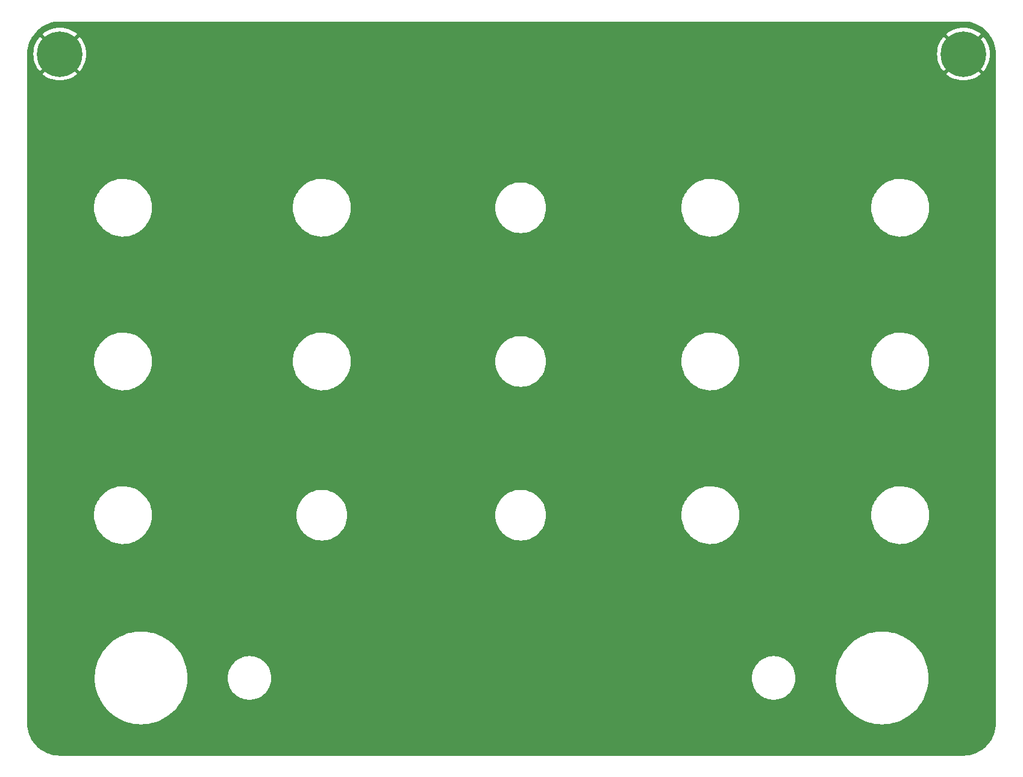
<source format=gtl>
G04 #@! TF.GenerationSoftware,KiCad,Pcbnew,6.0.6-3a73a75311~116~ubuntu22.04.1*
G04 #@! TF.CreationDate,2022-07-13T12:19:01-04:00*
G04 #@! TF.ProjectId,stereo_whooshy_sound_front_panel,73746572-656f-45f7-9768-6f6f7368795f,0*
G04 #@! TF.SameCoordinates,Original*
G04 #@! TF.FileFunction,Copper,L1,Top*
G04 #@! TF.FilePolarity,Positive*
%FSLAX46Y46*%
G04 Gerber Fmt 4.6, Leading zero omitted, Abs format (unit mm)*
G04 Created by KiCad (PCBNEW 6.0.6-3a73a75311~116~ubuntu22.04.1) date 2022-07-13 12:19:01*
%MOMM*%
%LPD*%
G01*
G04 APERTURE LIST*
G04 #@! TA.AperFunction,ComponentPad*
%ADD10C,0.800000*%
G04 #@! TD*
G04 #@! TA.AperFunction,ComponentPad*
%ADD11C,6.400000*%
G04 #@! TD*
G04 APERTURE END LIST*
D10*
X83612056Y-50372944D03*
X80217944Y-53767056D03*
X79515000Y-52070000D03*
X83612056Y-53767056D03*
X84315000Y-52070000D03*
X81915000Y-54470000D03*
D11*
X81915000Y-52070000D03*
D10*
X80217944Y-50372944D03*
X81915000Y-49670000D03*
X211315000Y-52070000D03*
X210612056Y-53767056D03*
X208915000Y-54470000D03*
X208915000Y-49670000D03*
X206515000Y-52070000D03*
X207217944Y-53767056D03*
X210612056Y-50372944D03*
D11*
X208915000Y-52070000D03*
D10*
X207217944Y-50372944D03*
G04 #@! TA.AperFunction,Conductor*
G36*
X208885018Y-47500000D02*
G01*
X208899851Y-47502310D01*
X208899855Y-47502310D01*
X208908724Y-47503691D01*
X208929183Y-47501016D01*
X208951008Y-47500072D01*
X209307937Y-47515656D01*
X209318886Y-47516614D01*
X209703379Y-47567233D01*
X209714205Y-47569142D01*
X210092822Y-47653080D01*
X210103439Y-47655925D01*
X210273702Y-47709608D01*
X210473302Y-47772542D01*
X210483615Y-47776295D01*
X210841932Y-47924715D01*
X210851876Y-47929353D01*
X211195867Y-48108423D01*
X211205387Y-48113919D01*
X211532468Y-48322292D01*
X211541472Y-48328597D01*
X211849138Y-48564678D01*
X211857558Y-48571743D01*
X212143483Y-48833744D01*
X212151252Y-48841513D01*
X212164682Y-48856169D01*
X212413257Y-49127442D01*
X212420322Y-49135862D01*
X212656403Y-49443528D01*
X212662708Y-49452532D01*
X212871081Y-49779613D01*
X212876576Y-49789132D01*
X212926451Y-49884939D01*
X213055643Y-50133115D01*
X213060289Y-50143077D01*
X213208702Y-50501377D01*
X213212461Y-50511706D01*
X213329075Y-50881561D01*
X213331920Y-50892178D01*
X213415858Y-51270795D01*
X213417767Y-51281621D01*
X213468386Y-51666114D01*
X213469344Y-51677064D01*
X213484603Y-52026552D01*
X213483223Y-52051429D01*
X213481309Y-52063724D01*
X213482473Y-52072626D01*
X213482473Y-52072628D01*
X213485436Y-52095283D01*
X213486500Y-52111621D01*
X213486500Y-146000633D01*
X213485000Y-146020018D01*
X213482690Y-146034851D01*
X213482690Y-146034855D01*
X213481309Y-146043724D01*
X213483984Y-146064183D01*
X213484928Y-146086008D01*
X213469344Y-146442936D01*
X213468386Y-146453886D01*
X213417767Y-146838379D01*
X213415858Y-146849205D01*
X213331920Y-147227822D01*
X213329075Y-147238439D01*
X213212461Y-147608294D01*
X213208702Y-147618623D01*
X213060289Y-147976923D01*
X213055643Y-147986885D01*
X212876577Y-148330867D01*
X212871081Y-148340387D01*
X212662708Y-148667468D01*
X212656403Y-148676472D01*
X212420322Y-148984138D01*
X212413257Y-148992558D01*
X212151256Y-149278483D01*
X212143483Y-149286256D01*
X211857558Y-149548257D01*
X211849138Y-149555322D01*
X211541472Y-149791403D01*
X211532468Y-149797708D01*
X211205387Y-150006081D01*
X211195868Y-150011576D01*
X210851876Y-150190647D01*
X210841932Y-150195285D01*
X210483615Y-150343705D01*
X210473302Y-150347458D01*
X210273702Y-150410392D01*
X210103439Y-150464075D01*
X210092822Y-150466920D01*
X209714205Y-150550858D01*
X209703379Y-150552767D01*
X209318886Y-150603386D01*
X209307937Y-150604344D01*
X208958446Y-150619603D01*
X208933571Y-150618223D01*
X208921276Y-150616309D01*
X208912374Y-150617473D01*
X208912372Y-150617473D01*
X208897323Y-150619441D01*
X208889714Y-150620436D01*
X208873379Y-150621500D01*
X81964367Y-150621500D01*
X81944982Y-150620000D01*
X81930149Y-150617690D01*
X81930145Y-150617690D01*
X81921276Y-150616309D01*
X81900817Y-150618984D01*
X81878992Y-150619928D01*
X81522063Y-150604344D01*
X81511114Y-150603386D01*
X81126621Y-150552767D01*
X81115795Y-150550858D01*
X80737178Y-150466920D01*
X80726561Y-150464075D01*
X80556298Y-150410392D01*
X80356698Y-150347458D01*
X80346385Y-150343705D01*
X79988068Y-150195285D01*
X79978124Y-150190647D01*
X79634132Y-150011576D01*
X79624613Y-150006081D01*
X79297532Y-149797708D01*
X79288528Y-149791403D01*
X78980862Y-149555322D01*
X78972442Y-149548257D01*
X78686517Y-149286256D01*
X78678744Y-149278483D01*
X78416743Y-148992558D01*
X78409678Y-148984138D01*
X78173597Y-148676472D01*
X78167292Y-148667468D01*
X77958919Y-148340387D01*
X77953423Y-148330867D01*
X77774357Y-147986885D01*
X77769711Y-147976923D01*
X77621298Y-147618623D01*
X77617539Y-147608294D01*
X77500925Y-147238439D01*
X77498080Y-147227822D01*
X77414142Y-146849205D01*
X77412233Y-146838379D01*
X77361614Y-146453886D01*
X77360656Y-146442936D01*
X77345561Y-146097206D01*
X77347188Y-146070805D01*
X77347769Y-146067352D01*
X77347770Y-146067345D01*
X77348576Y-146062552D01*
X77348729Y-146050000D01*
X77344773Y-146022376D01*
X77343500Y-146004514D01*
X77343500Y-139700000D01*
X86831478Y-139700000D01*
X86840513Y-139929960D01*
X86851557Y-140211045D01*
X86851846Y-140213488D01*
X86851847Y-140213499D01*
X86881634Y-140465167D01*
X86911670Y-140718939D01*
X87011447Y-141220552D01*
X87150272Y-141712789D01*
X87327290Y-142192617D01*
X87328320Y-142194852D01*
X87328322Y-142194856D01*
X87540372Y-142654829D01*
X87540379Y-142654842D01*
X87541409Y-142657077D01*
X87791310Y-143103306D01*
X88075450Y-143528552D01*
X88392079Y-143930194D01*
X88393756Y-143932009D01*
X88393761Y-143932014D01*
X88650119Y-144209341D01*
X88739244Y-144305756D01*
X89114806Y-144652921D01*
X89516448Y-144969550D01*
X89941694Y-145253690D01*
X90387923Y-145503591D01*
X90390158Y-145504621D01*
X90390171Y-145504628D01*
X90850144Y-145716678D01*
X90852383Y-145717710D01*
X91332211Y-145894728D01*
X91665897Y-145988837D01*
X91822068Y-146032882D01*
X91822073Y-146032883D01*
X91824448Y-146033553D01*
X92326061Y-146133330D01*
X92489981Y-146152731D01*
X92831501Y-146193153D01*
X92831512Y-146193154D01*
X92833955Y-146193443D01*
X93345000Y-146213522D01*
X93856045Y-146193443D01*
X93858488Y-146193154D01*
X93858499Y-146193153D01*
X94200019Y-146152731D01*
X94363939Y-146133330D01*
X94865552Y-146033553D01*
X94867927Y-146032883D01*
X94867932Y-146032882D01*
X95024103Y-145988837D01*
X95357789Y-145894728D01*
X95837617Y-145717710D01*
X95839856Y-145716678D01*
X96299829Y-145504628D01*
X96299842Y-145504621D01*
X96302077Y-145503591D01*
X96748306Y-145253690D01*
X97173552Y-144969550D01*
X97575194Y-144652921D01*
X97950756Y-144305756D01*
X98039881Y-144209341D01*
X98296239Y-143932014D01*
X98296244Y-143932009D01*
X98297921Y-143930194D01*
X98614550Y-143528552D01*
X98898690Y-143103306D01*
X99148591Y-142657077D01*
X99149621Y-142654842D01*
X99149628Y-142654829D01*
X99361678Y-142194856D01*
X99361680Y-142194852D01*
X99362710Y-142192617D01*
X99539728Y-141712789D01*
X99678553Y-141220552D01*
X99778330Y-140718939D01*
X99808366Y-140465167D01*
X99838153Y-140213499D01*
X99838154Y-140213488D01*
X99838443Y-140211045D01*
X99858522Y-139700000D01*
X99856842Y-139657229D01*
X105521980Y-139657229D01*
X105522877Y-139678622D01*
X105536301Y-139998928D01*
X105556024Y-140126332D01*
X105569139Y-140211045D01*
X105588622Y-140336900D01*
X105678290Y-140666934D01*
X105804188Y-140984916D01*
X105805843Y-140988028D01*
X105805845Y-140988033D01*
X105892646Y-141151281D01*
X105964746Y-141286882D01*
X105966736Y-141289788D01*
X105966737Y-141289790D01*
X106155973Y-141566162D01*
X106155978Y-141566168D01*
X106157964Y-141569069D01*
X106381433Y-141827960D01*
X106632367Y-142060328D01*
X106907639Y-142263276D01*
X106910676Y-142265030D01*
X106910680Y-142265032D01*
X107028231Y-142332900D01*
X107203818Y-142434275D01*
X107330715Y-142489715D01*
X107513992Y-142569787D01*
X107513995Y-142569788D01*
X107517213Y-142571194D01*
X107520570Y-142572233D01*
X107520575Y-142572235D01*
X107656434Y-142614290D01*
X107843916Y-142672325D01*
X107847372Y-142672984D01*
X107847371Y-142672984D01*
X108176405Y-142735751D01*
X108176410Y-142735752D01*
X108179856Y-142736409D01*
X108404015Y-142753657D01*
X108517350Y-142762378D01*
X108517351Y-142762378D01*
X108520847Y-142762647D01*
X108733892Y-142755208D01*
X108859122Y-142750835D01*
X108859127Y-142750835D01*
X108862637Y-142750712D01*
X109031801Y-142725732D01*
X109197487Y-142701265D01*
X109197491Y-142701264D01*
X109200966Y-142700751D01*
X109204358Y-142699855D01*
X109204362Y-142699854D01*
X109528210Y-142614290D01*
X109528219Y-142614287D01*
X109531618Y-142613389D01*
X109850471Y-142489715D01*
X110153551Y-142331268D01*
X110437080Y-142140025D01*
X110697525Y-141918369D01*
X110699920Y-141915819D01*
X110699928Y-141915811D01*
X110929227Y-141671631D01*
X110929231Y-141671626D01*
X110931638Y-141669063D01*
X110933743Y-141666249D01*
X110933749Y-141666242D01*
X111134394Y-141398034D01*
X111136503Y-141395215D01*
X111138284Y-141392180D01*
X111307784Y-141103275D01*
X111307787Y-141103270D01*
X111309566Y-141100237D01*
X111346313Y-141017702D01*
X111447237Y-140791023D01*
X111447239Y-140791018D01*
X111448669Y-140787806D01*
X111552079Y-140461816D01*
X111618507Y-140126332D01*
X111629501Y-139995411D01*
X111646942Y-139787715D01*
X111646942Y-139787708D01*
X111647125Y-139785533D01*
X111648319Y-139700000D01*
X111645928Y-139657229D01*
X179181980Y-139657229D01*
X179182877Y-139678622D01*
X179196301Y-139998928D01*
X179216024Y-140126332D01*
X179229139Y-140211045D01*
X179248622Y-140336900D01*
X179338290Y-140666934D01*
X179464188Y-140984916D01*
X179465843Y-140988028D01*
X179465845Y-140988033D01*
X179552646Y-141151281D01*
X179624746Y-141286882D01*
X179626736Y-141289788D01*
X179626737Y-141289790D01*
X179815973Y-141566162D01*
X179815978Y-141566168D01*
X179817964Y-141569069D01*
X180041433Y-141827960D01*
X180292367Y-142060328D01*
X180567639Y-142263276D01*
X180570676Y-142265030D01*
X180570680Y-142265032D01*
X180688231Y-142332900D01*
X180863818Y-142434275D01*
X180990715Y-142489715D01*
X181173992Y-142569787D01*
X181173995Y-142569788D01*
X181177213Y-142571194D01*
X181180570Y-142572233D01*
X181180575Y-142572235D01*
X181316434Y-142614290D01*
X181503916Y-142672325D01*
X181507372Y-142672984D01*
X181507371Y-142672984D01*
X181836405Y-142735751D01*
X181836410Y-142735752D01*
X181839856Y-142736409D01*
X182064015Y-142753657D01*
X182177350Y-142762378D01*
X182177351Y-142762378D01*
X182180847Y-142762647D01*
X182393892Y-142755208D01*
X182519122Y-142750835D01*
X182519127Y-142750835D01*
X182522637Y-142750712D01*
X182691801Y-142725732D01*
X182857487Y-142701265D01*
X182857491Y-142701264D01*
X182860966Y-142700751D01*
X182864358Y-142699855D01*
X182864362Y-142699854D01*
X183188210Y-142614290D01*
X183188219Y-142614287D01*
X183191618Y-142613389D01*
X183510471Y-142489715D01*
X183813551Y-142331268D01*
X184097080Y-142140025D01*
X184357525Y-141918369D01*
X184359920Y-141915819D01*
X184359928Y-141915811D01*
X184589227Y-141671631D01*
X184589231Y-141671626D01*
X184591638Y-141669063D01*
X184593743Y-141666249D01*
X184593749Y-141666242D01*
X184794394Y-141398034D01*
X184796503Y-141395215D01*
X184798284Y-141392180D01*
X184967784Y-141103275D01*
X184967787Y-141103270D01*
X184969566Y-141100237D01*
X185006313Y-141017702D01*
X185107237Y-140791023D01*
X185107239Y-140791018D01*
X185108669Y-140787806D01*
X185212079Y-140461816D01*
X185278507Y-140126332D01*
X185289501Y-139995411D01*
X185306942Y-139787715D01*
X185306942Y-139787708D01*
X185307125Y-139785533D01*
X185308319Y-139700000D01*
X190971478Y-139700000D01*
X190980513Y-139929960D01*
X190991557Y-140211045D01*
X190991846Y-140213488D01*
X190991847Y-140213499D01*
X191021634Y-140465167D01*
X191051670Y-140718939D01*
X191151447Y-141220552D01*
X191290272Y-141712789D01*
X191467290Y-142192617D01*
X191468320Y-142194852D01*
X191468322Y-142194856D01*
X191680372Y-142654829D01*
X191680379Y-142654842D01*
X191681409Y-142657077D01*
X191931310Y-143103306D01*
X192215450Y-143528552D01*
X192532079Y-143930194D01*
X192533756Y-143932009D01*
X192533761Y-143932014D01*
X192790119Y-144209341D01*
X192879244Y-144305756D01*
X193254806Y-144652921D01*
X193656448Y-144969550D01*
X194081694Y-145253690D01*
X194527923Y-145503591D01*
X194530158Y-145504621D01*
X194530171Y-145504628D01*
X194990144Y-145716678D01*
X194992383Y-145717710D01*
X195472211Y-145894728D01*
X195805897Y-145988837D01*
X195962068Y-146032882D01*
X195962073Y-146032883D01*
X195964448Y-146033553D01*
X196466061Y-146133330D01*
X196629981Y-146152731D01*
X196971501Y-146193153D01*
X196971512Y-146193154D01*
X196973955Y-146193443D01*
X197485000Y-146213522D01*
X197996045Y-146193443D01*
X197998488Y-146193154D01*
X197998499Y-146193153D01*
X198340019Y-146152731D01*
X198503939Y-146133330D01*
X199005552Y-146033553D01*
X199007927Y-146032883D01*
X199007932Y-146032882D01*
X199164103Y-145988837D01*
X199497789Y-145894728D01*
X199977617Y-145717710D01*
X199979856Y-145716678D01*
X200439829Y-145504628D01*
X200439842Y-145504621D01*
X200442077Y-145503591D01*
X200888306Y-145253690D01*
X201313552Y-144969550D01*
X201715194Y-144652921D01*
X202090756Y-144305756D01*
X202179881Y-144209341D01*
X202436239Y-143932014D01*
X202436244Y-143932009D01*
X202437921Y-143930194D01*
X202754550Y-143528552D01*
X203038690Y-143103306D01*
X203288591Y-142657077D01*
X203289621Y-142654842D01*
X203289628Y-142654829D01*
X203501678Y-142194856D01*
X203501680Y-142194852D01*
X203502710Y-142192617D01*
X203679728Y-141712789D01*
X203818553Y-141220552D01*
X203918330Y-140718939D01*
X203948366Y-140465167D01*
X203978153Y-140213499D01*
X203978154Y-140213488D01*
X203978443Y-140211045D01*
X203998522Y-139700000D01*
X203978443Y-139188955D01*
X203971518Y-139130440D01*
X203918620Y-138683513D01*
X203918330Y-138681061D01*
X203818553Y-138179448D01*
X203790442Y-138079772D01*
X203773837Y-138020897D01*
X203679728Y-137687211D01*
X203502710Y-137207383D01*
X203501678Y-137205144D01*
X203289628Y-136745171D01*
X203289621Y-136745158D01*
X203288591Y-136742923D01*
X203038690Y-136296694D01*
X202754550Y-135871448D01*
X202437921Y-135469806D01*
X202304856Y-135325856D01*
X202092419Y-135096043D01*
X202090756Y-135094244D01*
X201715194Y-134747079D01*
X201313552Y-134430450D01*
X200888306Y-134146310D01*
X200442077Y-133896409D01*
X200439842Y-133895379D01*
X200439829Y-133895372D01*
X199979856Y-133683322D01*
X199979852Y-133683320D01*
X199977617Y-133682290D01*
X199497789Y-133505272D01*
X199164103Y-133411163D01*
X199007932Y-133367118D01*
X199007927Y-133367117D01*
X199005552Y-133366447D01*
X198503939Y-133266670D01*
X198340020Y-133247269D01*
X197998499Y-133206847D01*
X197998488Y-133206846D01*
X197996045Y-133206557D01*
X197485000Y-133186478D01*
X196973955Y-133206557D01*
X196971512Y-133206846D01*
X196971501Y-133206847D01*
X196629980Y-133247269D01*
X196466061Y-133266670D01*
X195964448Y-133366447D01*
X195962073Y-133367117D01*
X195962068Y-133367118D01*
X195805897Y-133411163D01*
X195472211Y-133505272D01*
X194992383Y-133682290D01*
X194990148Y-133683320D01*
X194990144Y-133683322D01*
X194530171Y-133895372D01*
X194530158Y-133895379D01*
X194527923Y-133896409D01*
X194081694Y-134146310D01*
X193656448Y-134430450D01*
X193254806Y-134747079D01*
X192879244Y-135094244D01*
X192877581Y-135096043D01*
X192665145Y-135325856D01*
X192532079Y-135469806D01*
X192215450Y-135871448D01*
X191931310Y-136296694D01*
X191681409Y-136742923D01*
X191680379Y-136745158D01*
X191680372Y-136745171D01*
X191468322Y-137205144D01*
X191467290Y-137207383D01*
X191290272Y-137687211D01*
X191196163Y-138020897D01*
X191179559Y-138079772D01*
X191151447Y-138179448D01*
X191051670Y-138681061D01*
X191051380Y-138683513D01*
X190998483Y-139130440D01*
X190991557Y-139188955D01*
X190971478Y-139700000D01*
X185308319Y-139700000D01*
X185289228Y-139358535D01*
X185232194Y-139021326D01*
X185220254Y-138979685D01*
X185138893Y-138695948D01*
X185138891Y-138695942D01*
X185137926Y-138692577D01*
X185134190Y-138683513D01*
X185008939Y-138379629D01*
X185008935Y-138379621D01*
X185007601Y-138376384D01*
X184842842Y-138076688D01*
X184805410Y-138023624D01*
X184647734Y-137800105D01*
X184647733Y-137800104D01*
X184645703Y-137797226D01*
X184418642Y-137541481D01*
X184164487Y-137312639D01*
X184088568Y-137258286D01*
X183889275Y-137115606D01*
X183889268Y-137115602D01*
X183886408Y-137113554D01*
X183587871Y-136946707D01*
X183272595Y-136814178D01*
X183229282Y-136801430D01*
X183136633Y-136774162D01*
X182944512Y-136717617D01*
X182941056Y-136717008D01*
X182941049Y-136717006D01*
X182611169Y-136658840D01*
X182611167Y-136658840D01*
X182607709Y-136658230D01*
X182604200Y-136658009D01*
X182604198Y-136658009D01*
X182269904Y-136636977D01*
X182269898Y-136636977D01*
X182266386Y-136636756D01*
X182168227Y-136641557D01*
X181928303Y-136653290D01*
X181928294Y-136653291D01*
X181924796Y-136653462D01*
X181921328Y-136654024D01*
X181921325Y-136654024D01*
X181590672Y-136707578D01*
X181590669Y-136707579D01*
X181587197Y-136708141D01*
X181583810Y-136709087D01*
X181583804Y-136709088D01*
X181261192Y-136799163D01*
X181257797Y-136800111D01*
X181254534Y-136801429D01*
X181254532Y-136801430D01*
X181222980Y-136814178D01*
X180940702Y-136928226D01*
X180639864Y-137090889D01*
X180359033Y-137286072D01*
X180356391Y-137288385D01*
X180356387Y-137288388D01*
X180325993Y-137314996D01*
X180101708Y-137511342D01*
X179871098Y-137763893D01*
X179869032Y-137766736D01*
X179869030Y-137766739D01*
X179848792Y-137794594D01*
X179670076Y-138040575D01*
X179501149Y-138337941D01*
X179366422Y-138652283D01*
X179353239Y-138695948D01*
X179300796Y-138869647D01*
X179267573Y-138979685D01*
X179240918Y-139124919D01*
X179219708Y-139240483D01*
X179205836Y-139316064D01*
X179181980Y-139657229D01*
X111645928Y-139657229D01*
X111629228Y-139358535D01*
X111572194Y-139021326D01*
X111560254Y-138979685D01*
X111478893Y-138695948D01*
X111478891Y-138695942D01*
X111477926Y-138692577D01*
X111474190Y-138683513D01*
X111348939Y-138379629D01*
X111348935Y-138379621D01*
X111347601Y-138376384D01*
X111182842Y-138076688D01*
X111145410Y-138023624D01*
X110987734Y-137800105D01*
X110987733Y-137800104D01*
X110985703Y-137797226D01*
X110758642Y-137541481D01*
X110504487Y-137312639D01*
X110428568Y-137258286D01*
X110229275Y-137115606D01*
X110229268Y-137115602D01*
X110226408Y-137113554D01*
X109927871Y-136946707D01*
X109612595Y-136814178D01*
X109569282Y-136801430D01*
X109476633Y-136774162D01*
X109284512Y-136717617D01*
X109281056Y-136717008D01*
X109281049Y-136717006D01*
X108951169Y-136658840D01*
X108951167Y-136658840D01*
X108947709Y-136658230D01*
X108944200Y-136658009D01*
X108944198Y-136658009D01*
X108609904Y-136636977D01*
X108609898Y-136636977D01*
X108606386Y-136636756D01*
X108508227Y-136641557D01*
X108268303Y-136653290D01*
X108268294Y-136653291D01*
X108264796Y-136653462D01*
X108261328Y-136654024D01*
X108261325Y-136654024D01*
X107930672Y-136707578D01*
X107930669Y-136707579D01*
X107927197Y-136708141D01*
X107923810Y-136709087D01*
X107923804Y-136709088D01*
X107601192Y-136799163D01*
X107597797Y-136800111D01*
X107594534Y-136801429D01*
X107594532Y-136801430D01*
X107562980Y-136814178D01*
X107280702Y-136928226D01*
X106979864Y-137090889D01*
X106699033Y-137286072D01*
X106696391Y-137288385D01*
X106696387Y-137288388D01*
X106665993Y-137314996D01*
X106441708Y-137511342D01*
X106211098Y-137763893D01*
X106209032Y-137766736D01*
X106209030Y-137766739D01*
X106188792Y-137794594D01*
X106010076Y-138040575D01*
X105841149Y-138337941D01*
X105706422Y-138652283D01*
X105693239Y-138695948D01*
X105640796Y-138869647D01*
X105607573Y-138979685D01*
X105580918Y-139124919D01*
X105559708Y-139240483D01*
X105545836Y-139316064D01*
X105521980Y-139657229D01*
X99856842Y-139657229D01*
X99838443Y-139188955D01*
X99831518Y-139130440D01*
X99778620Y-138683513D01*
X99778330Y-138681061D01*
X99678553Y-138179448D01*
X99650442Y-138079772D01*
X99633837Y-138020897D01*
X99539728Y-137687211D01*
X99362710Y-137207383D01*
X99361678Y-137205144D01*
X99149628Y-136745171D01*
X99149621Y-136745158D01*
X99148591Y-136742923D01*
X98898690Y-136296694D01*
X98614550Y-135871448D01*
X98297921Y-135469806D01*
X98164856Y-135325856D01*
X97952419Y-135096043D01*
X97950756Y-135094244D01*
X97575194Y-134747079D01*
X97173552Y-134430450D01*
X96748306Y-134146310D01*
X96302077Y-133896409D01*
X96299842Y-133895379D01*
X96299829Y-133895372D01*
X95839856Y-133683322D01*
X95839852Y-133683320D01*
X95837617Y-133682290D01*
X95357789Y-133505272D01*
X95024103Y-133411163D01*
X94867932Y-133367118D01*
X94867927Y-133367117D01*
X94865552Y-133366447D01*
X94363939Y-133266670D01*
X94200020Y-133247269D01*
X93858499Y-133206847D01*
X93858488Y-133206846D01*
X93856045Y-133206557D01*
X93345000Y-133186478D01*
X92833955Y-133206557D01*
X92831512Y-133206846D01*
X92831501Y-133206847D01*
X92489980Y-133247269D01*
X92326061Y-133266670D01*
X91824448Y-133366447D01*
X91822073Y-133367117D01*
X91822068Y-133367118D01*
X91665897Y-133411163D01*
X91332211Y-133505272D01*
X90852383Y-133682290D01*
X90850148Y-133683320D01*
X90850144Y-133683322D01*
X90390171Y-133895372D01*
X90390158Y-133895379D01*
X90387923Y-133896409D01*
X89941694Y-134146310D01*
X89516448Y-134430450D01*
X89114806Y-134747079D01*
X88739244Y-135094244D01*
X88737581Y-135096043D01*
X88525145Y-135325856D01*
X88392079Y-135469806D01*
X88075450Y-135871448D01*
X87791310Y-136296694D01*
X87541409Y-136742923D01*
X87540379Y-136745158D01*
X87540372Y-136745171D01*
X87328322Y-137205144D01*
X87327290Y-137207383D01*
X87150272Y-137687211D01*
X87056163Y-138020897D01*
X87039559Y-138079772D01*
X87011447Y-138179448D01*
X86911670Y-138681061D01*
X86911380Y-138683513D01*
X86858483Y-139130440D01*
X86851557Y-139188955D01*
X86831478Y-139700000D01*
X77343500Y-139700000D01*
X77343500Y-116783266D01*
X86742001Y-116783266D01*
X86742109Y-116786356D01*
X86742499Y-116797534D01*
X86755106Y-117158534D01*
X86755856Y-117180016D01*
X86756262Y-117183060D01*
X86756263Y-117183070D01*
X86766968Y-117263295D01*
X86808361Y-117573521D01*
X86809061Y-117576505D01*
X86809062Y-117576511D01*
X86861492Y-117800047D01*
X86899014Y-117960023D01*
X87026951Y-118335835D01*
X87190950Y-118697369D01*
X87389446Y-119041174D01*
X87391235Y-119043672D01*
X87391237Y-119043676D01*
X87544041Y-119257110D01*
X87620544Y-119363969D01*
X87882038Y-119662671D01*
X87884286Y-119664782D01*
X88169178Y-119932314D01*
X88169185Y-119932320D01*
X88171433Y-119934431D01*
X88173883Y-119936318D01*
X88173888Y-119936322D01*
X88381874Y-120096493D01*
X88485965Y-120176654D01*
X88488564Y-120178278D01*
X88488574Y-120178285D01*
X88669998Y-120291650D01*
X88822634Y-120387027D01*
X89178224Y-120563544D01*
X89549342Y-120704518D01*
X89932446Y-120808605D01*
X89935489Y-120809120D01*
X89935495Y-120809121D01*
X90320837Y-120874297D01*
X90320844Y-120874298D01*
X90323878Y-120874811D01*
X90326949Y-120875026D01*
X90326951Y-120875026D01*
X90716837Y-120902290D01*
X90716845Y-120902290D01*
X90719903Y-120902504D01*
X90976170Y-120895346D01*
X91113666Y-120891505D01*
X91113669Y-120891505D01*
X91116740Y-120891419D01*
X91119793Y-120891033D01*
X91119797Y-120891033D01*
X91308315Y-120867218D01*
X91510601Y-120841663D01*
X91513605Y-120840981D01*
X91513608Y-120840980D01*
X91894731Y-120754391D01*
X91894737Y-120754389D01*
X91897727Y-120753710D01*
X92045604Y-120704518D01*
X92271499Y-120629373D01*
X92271505Y-120629371D01*
X92274423Y-120628400D01*
X92417633Y-120564639D01*
X92634294Y-120468176D01*
X92634300Y-120468173D01*
X92637094Y-120466929D01*
X92639763Y-120465413D01*
X92979603Y-120272357D01*
X92979611Y-120272352D01*
X92982276Y-120270838D01*
X93306676Y-120041999D01*
X93607197Y-119782596D01*
X93609318Y-119780369D01*
X93609324Y-119780363D01*
X93878853Y-119497329D01*
X93880970Y-119495106D01*
X93884816Y-119490184D01*
X94123472Y-119184717D01*
X94123474Y-119184714D01*
X94125382Y-119182272D01*
X94127038Y-119179662D01*
X94127044Y-119179654D01*
X94336447Y-118849688D01*
X94336451Y-118849681D01*
X94338101Y-118847081D01*
X94364390Y-118795039D01*
X94451954Y-118621691D01*
X94517096Y-118492732D01*
X94518203Y-118489878D01*
X94518207Y-118489869D01*
X94659543Y-118125483D01*
X94659546Y-118125474D01*
X94660658Y-118122607D01*
X94767417Y-117740239D01*
X94836354Y-117349278D01*
X94866811Y-116953457D01*
X94868395Y-116840000D01*
X115181617Y-116840000D01*
X115181790Y-116843301D01*
X115199437Y-117180016D01*
X115201138Y-117212475D01*
X115201653Y-117215726D01*
X115258795Y-117576511D01*
X115259485Y-117580869D01*
X115356021Y-117941146D01*
X115489688Y-118289358D01*
X115491180Y-118292286D01*
X115491183Y-118292293D01*
X115608806Y-118523140D01*
X115659020Y-118621691D01*
X115660816Y-118624457D01*
X115660818Y-118624460D01*
X115803605Y-118844332D01*
X115862163Y-118934504D01*
X115864234Y-118937061D01*
X115864238Y-118937067D01*
X116094816Y-119221808D01*
X116096890Y-119224369D01*
X116360631Y-119488110D01*
X116363190Y-119490182D01*
X116363192Y-119490184D01*
X116422293Y-119538042D01*
X116650496Y-119722837D01*
X116963308Y-119925980D01*
X117136083Y-120014013D01*
X117292707Y-120093817D01*
X117292714Y-120093820D01*
X117295642Y-120095312D01*
X117298714Y-120096491D01*
X117298718Y-120096493D01*
X117424749Y-120144872D01*
X117643854Y-120228979D01*
X118004131Y-120325515D01*
X118007381Y-120326030D01*
X118007387Y-120326031D01*
X118280628Y-120369307D01*
X118372525Y-120383862D01*
X118375810Y-120384034D01*
X118375818Y-120384035D01*
X118741699Y-120403210D01*
X118745000Y-120403383D01*
X118748301Y-120403210D01*
X119114182Y-120384035D01*
X119114190Y-120384034D01*
X119117475Y-120383862D01*
X119209372Y-120369307D01*
X119482613Y-120326031D01*
X119482619Y-120326030D01*
X119485869Y-120325515D01*
X119846146Y-120228979D01*
X120065251Y-120144872D01*
X120191282Y-120096493D01*
X120191286Y-120096491D01*
X120194358Y-120095312D01*
X120197286Y-120093820D01*
X120197293Y-120093817D01*
X120353917Y-120014013D01*
X120526692Y-119925980D01*
X120839504Y-119722837D01*
X121067707Y-119538042D01*
X121126808Y-119490184D01*
X121126810Y-119490182D01*
X121129369Y-119488110D01*
X121393110Y-119224369D01*
X121395184Y-119221808D01*
X121625762Y-118937067D01*
X121625766Y-118937061D01*
X121627837Y-118934504D01*
X121686395Y-118844332D01*
X121829182Y-118624460D01*
X121829184Y-118624457D01*
X121830980Y-118621691D01*
X121881195Y-118523140D01*
X121998817Y-118292293D01*
X121998820Y-118292286D01*
X122000312Y-118289358D01*
X122133979Y-117941146D01*
X122230515Y-117580869D01*
X122231206Y-117576511D01*
X122288347Y-117215726D01*
X122288862Y-117212475D01*
X122290564Y-117180016D01*
X122308210Y-116843301D01*
X122308383Y-116840000D01*
X143121617Y-116840000D01*
X143121790Y-116843301D01*
X143139437Y-117180016D01*
X143141138Y-117212475D01*
X143141653Y-117215726D01*
X143198795Y-117576511D01*
X143199485Y-117580869D01*
X143296021Y-117941146D01*
X143429688Y-118289358D01*
X143431180Y-118292286D01*
X143431183Y-118292293D01*
X143548806Y-118523140D01*
X143599020Y-118621691D01*
X143600816Y-118624457D01*
X143600818Y-118624460D01*
X143743605Y-118844332D01*
X143802163Y-118934504D01*
X143804234Y-118937061D01*
X143804238Y-118937067D01*
X144034816Y-119221808D01*
X144036890Y-119224369D01*
X144300631Y-119488110D01*
X144303190Y-119490182D01*
X144303192Y-119490184D01*
X144362293Y-119538042D01*
X144590496Y-119722837D01*
X144903308Y-119925980D01*
X145076083Y-120014013D01*
X145232707Y-120093817D01*
X145232714Y-120093820D01*
X145235642Y-120095312D01*
X145238714Y-120096491D01*
X145238718Y-120096493D01*
X145364749Y-120144872D01*
X145583854Y-120228979D01*
X145944131Y-120325515D01*
X145947381Y-120326030D01*
X145947387Y-120326031D01*
X146220628Y-120369307D01*
X146312525Y-120383862D01*
X146315810Y-120384034D01*
X146315818Y-120384035D01*
X146681699Y-120403210D01*
X146685000Y-120403383D01*
X146688301Y-120403210D01*
X147054182Y-120384035D01*
X147054190Y-120384034D01*
X147057475Y-120383862D01*
X147149372Y-120369307D01*
X147422613Y-120326031D01*
X147422619Y-120326030D01*
X147425869Y-120325515D01*
X147786146Y-120228979D01*
X148005251Y-120144872D01*
X148131282Y-120096493D01*
X148131286Y-120096491D01*
X148134358Y-120095312D01*
X148137286Y-120093820D01*
X148137293Y-120093817D01*
X148293917Y-120014013D01*
X148466692Y-119925980D01*
X148779504Y-119722837D01*
X149007707Y-119538042D01*
X149066808Y-119490184D01*
X149066810Y-119490182D01*
X149069369Y-119488110D01*
X149333110Y-119224369D01*
X149335184Y-119221808D01*
X149565762Y-118937067D01*
X149565766Y-118937061D01*
X149567837Y-118934504D01*
X149626395Y-118844332D01*
X149769182Y-118624460D01*
X149769184Y-118624457D01*
X149770980Y-118621691D01*
X149821195Y-118523140D01*
X149938817Y-118292293D01*
X149938820Y-118292286D01*
X149940312Y-118289358D01*
X150073979Y-117941146D01*
X150170515Y-117580869D01*
X150171206Y-117576511D01*
X150228347Y-117215726D01*
X150228862Y-117212475D01*
X150230564Y-117180016D01*
X150248210Y-116843301D01*
X150248383Y-116840000D01*
X150245410Y-116783266D01*
X169292001Y-116783266D01*
X169292109Y-116786356D01*
X169292499Y-116797534D01*
X169305106Y-117158534D01*
X169305856Y-117180016D01*
X169306262Y-117183060D01*
X169306263Y-117183070D01*
X169316968Y-117263295D01*
X169358361Y-117573521D01*
X169359061Y-117576505D01*
X169359062Y-117576511D01*
X169411492Y-117800047D01*
X169449014Y-117960023D01*
X169576951Y-118335835D01*
X169740950Y-118697369D01*
X169939446Y-119041174D01*
X169941235Y-119043672D01*
X169941237Y-119043676D01*
X170094041Y-119257110D01*
X170170544Y-119363969D01*
X170432038Y-119662671D01*
X170434286Y-119664782D01*
X170719178Y-119932314D01*
X170719185Y-119932320D01*
X170721433Y-119934431D01*
X170723883Y-119936318D01*
X170723888Y-119936322D01*
X170931874Y-120096493D01*
X171035965Y-120176654D01*
X171038564Y-120178278D01*
X171038574Y-120178285D01*
X171219998Y-120291650D01*
X171372634Y-120387027D01*
X171728224Y-120563544D01*
X172099342Y-120704518D01*
X172482446Y-120808605D01*
X172485489Y-120809120D01*
X172485495Y-120809121D01*
X172870837Y-120874297D01*
X172870844Y-120874298D01*
X172873878Y-120874811D01*
X172876949Y-120875026D01*
X172876951Y-120875026D01*
X173266837Y-120902290D01*
X173266845Y-120902290D01*
X173269903Y-120902504D01*
X173526170Y-120895346D01*
X173663666Y-120891505D01*
X173663669Y-120891505D01*
X173666740Y-120891419D01*
X173669793Y-120891033D01*
X173669797Y-120891033D01*
X173858315Y-120867218D01*
X174060601Y-120841663D01*
X174063605Y-120840981D01*
X174063608Y-120840980D01*
X174444731Y-120754391D01*
X174444737Y-120754389D01*
X174447727Y-120753710D01*
X174595604Y-120704518D01*
X174821499Y-120629373D01*
X174821505Y-120629371D01*
X174824423Y-120628400D01*
X174967633Y-120564639D01*
X175184294Y-120468176D01*
X175184300Y-120468173D01*
X175187094Y-120466929D01*
X175189763Y-120465413D01*
X175529603Y-120272357D01*
X175529611Y-120272352D01*
X175532276Y-120270838D01*
X175856676Y-120041999D01*
X176157197Y-119782596D01*
X176159318Y-119780369D01*
X176159324Y-119780363D01*
X176428853Y-119497329D01*
X176430970Y-119495106D01*
X176434816Y-119490184D01*
X176673472Y-119184717D01*
X176673474Y-119184714D01*
X176675382Y-119182272D01*
X176677038Y-119179662D01*
X176677044Y-119179654D01*
X176886447Y-118849688D01*
X176886451Y-118849681D01*
X176888101Y-118847081D01*
X176914390Y-118795039D01*
X177001954Y-118621691D01*
X177067096Y-118492732D01*
X177068203Y-118489878D01*
X177068207Y-118489869D01*
X177209543Y-118125483D01*
X177209546Y-118125474D01*
X177210658Y-118122607D01*
X177317417Y-117740239D01*
X177386354Y-117349278D01*
X177416811Y-116953457D01*
X177418395Y-116840000D01*
X177415772Y-116786356D01*
X177415621Y-116783266D01*
X195962001Y-116783266D01*
X195962109Y-116786356D01*
X195962499Y-116797534D01*
X195975106Y-117158534D01*
X195975856Y-117180016D01*
X195976262Y-117183060D01*
X195976263Y-117183070D01*
X195986968Y-117263295D01*
X196028361Y-117573521D01*
X196029061Y-117576505D01*
X196029062Y-117576511D01*
X196081492Y-117800047D01*
X196119014Y-117960023D01*
X196246951Y-118335835D01*
X196410950Y-118697369D01*
X196609446Y-119041174D01*
X196611235Y-119043672D01*
X196611237Y-119043676D01*
X196764041Y-119257110D01*
X196840544Y-119363969D01*
X197102038Y-119662671D01*
X197104286Y-119664782D01*
X197389178Y-119932314D01*
X197389185Y-119932320D01*
X197391433Y-119934431D01*
X197393883Y-119936318D01*
X197393888Y-119936322D01*
X197601874Y-120096493D01*
X197705965Y-120176654D01*
X197708564Y-120178278D01*
X197708574Y-120178285D01*
X197889998Y-120291650D01*
X198042634Y-120387027D01*
X198398224Y-120563544D01*
X198769342Y-120704518D01*
X199152446Y-120808605D01*
X199155489Y-120809120D01*
X199155495Y-120809121D01*
X199540837Y-120874297D01*
X199540844Y-120874298D01*
X199543878Y-120874811D01*
X199546949Y-120875026D01*
X199546951Y-120875026D01*
X199936837Y-120902290D01*
X199936845Y-120902290D01*
X199939903Y-120902504D01*
X200196170Y-120895346D01*
X200333666Y-120891505D01*
X200333669Y-120891505D01*
X200336740Y-120891419D01*
X200339793Y-120891033D01*
X200339797Y-120891033D01*
X200528315Y-120867218D01*
X200730601Y-120841663D01*
X200733605Y-120840981D01*
X200733608Y-120840980D01*
X201114731Y-120754391D01*
X201114737Y-120754389D01*
X201117727Y-120753710D01*
X201265604Y-120704518D01*
X201491499Y-120629373D01*
X201491505Y-120629371D01*
X201494423Y-120628400D01*
X201637633Y-120564639D01*
X201854294Y-120468176D01*
X201854300Y-120468173D01*
X201857094Y-120466929D01*
X201859763Y-120465413D01*
X202199603Y-120272357D01*
X202199611Y-120272352D01*
X202202276Y-120270838D01*
X202526676Y-120041999D01*
X202827197Y-119782596D01*
X202829318Y-119780369D01*
X202829324Y-119780363D01*
X203098853Y-119497329D01*
X203100970Y-119495106D01*
X203104816Y-119490184D01*
X203343472Y-119184717D01*
X203343474Y-119184714D01*
X203345382Y-119182272D01*
X203347038Y-119179662D01*
X203347044Y-119179654D01*
X203556447Y-118849688D01*
X203556451Y-118849681D01*
X203558101Y-118847081D01*
X203584390Y-118795039D01*
X203671954Y-118621691D01*
X203737096Y-118492732D01*
X203738203Y-118489878D01*
X203738207Y-118489869D01*
X203879543Y-118125483D01*
X203879546Y-118125474D01*
X203880658Y-118122607D01*
X203987417Y-117740239D01*
X204056354Y-117349278D01*
X204086811Y-116953457D01*
X204088395Y-116840000D01*
X204085772Y-116786356D01*
X204069152Y-116446552D01*
X204069002Y-116443482D01*
X204034222Y-116207955D01*
X204011458Y-116053795D01*
X204011457Y-116053791D01*
X204011008Y-116050749D01*
X203914967Y-115665550D01*
X203896728Y-115614327D01*
X203782828Y-115294460D01*
X203781796Y-115291561D01*
X203612765Y-114932352D01*
X203583015Y-114882445D01*
X203501376Y-114745496D01*
X203409488Y-114591352D01*
X203173906Y-114271815D01*
X202908266Y-113976793D01*
X202615105Y-113709100D01*
X202297222Y-113471293D01*
X202248370Y-113441707D01*
X201960277Y-113267231D01*
X201960268Y-113267226D01*
X201957649Y-113265640D01*
X201599629Y-113094106D01*
X201540229Y-113072486D01*
X201229475Y-112959381D01*
X201229474Y-112959381D01*
X201226579Y-112958327D01*
X201019688Y-112905206D01*
X200845043Y-112860365D01*
X200845040Y-112860364D01*
X200842059Y-112859599D01*
X200449740Y-112798865D01*
X200446683Y-112798694D01*
X200446682Y-112798694D01*
X200417924Y-112797086D01*
X200053368Y-112776704D01*
X200050290Y-112776833D01*
X200050286Y-112776833D01*
X199791983Y-112787659D01*
X199656724Y-112793328D01*
X199653680Y-112793756D01*
X199653678Y-112793756D01*
X199613989Y-112799334D01*
X199263596Y-112848579D01*
X198877735Y-112941928D01*
X198502825Y-113072486D01*
X198456035Y-113094106D01*
X198145242Y-113237712D01*
X198145232Y-113237717D01*
X198142445Y-113239005D01*
X197800034Y-113439896D01*
X197785899Y-113450166D01*
X197481342Y-113671439D01*
X197481336Y-113671444D01*
X197478861Y-113673242D01*
X197476575Y-113675271D01*
X197476572Y-113675274D01*
X197389567Y-113752521D01*
X197181991Y-113936815D01*
X197179901Y-113939072D01*
X197179899Y-113939074D01*
X196914354Y-114225837D01*
X196914349Y-114225843D01*
X196912259Y-114228100D01*
X196910399Y-114230550D01*
X196910396Y-114230554D01*
X196877202Y-114274286D01*
X196672238Y-114544316D01*
X196670627Y-114546934D01*
X196670624Y-114546939D01*
X196550048Y-114742933D01*
X196464220Y-114882445D01*
X196290190Y-115239258D01*
X196289119Y-115242139D01*
X196289116Y-115242145D01*
X196233891Y-115390642D01*
X196151810Y-115611352D01*
X196050400Y-115995173D01*
X196049909Y-115998206D01*
X196015937Y-116207955D01*
X195986928Y-116387058D01*
X195986734Y-116390138D01*
X195986734Y-116390140D01*
X195979762Y-116500967D01*
X195962001Y-116783266D01*
X177415621Y-116783266D01*
X177399152Y-116446552D01*
X177399002Y-116443482D01*
X177364222Y-116207955D01*
X177341458Y-116053795D01*
X177341457Y-116053791D01*
X177341008Y-116050749D01*
X177244967Y-115665550D01*
X177226728Y-115614327D01*
X177112828Y-115294460D01*
X177111796Y-115291561D01*
X176942765Y-114932352D01*
X176913015Y-114882445D01*
X176831376Y-114745496D01*
X176739488Y-114591352D01*
X176503906Y-114271815D01*
X176238266Y-113976793D01*
X175945105Y-113709100D01*
X175627222Y-113471293D01*
X175578370Y-113441707D01*
X175290277Y-113267231D01*
X175290268Y-113267226D01*
X175287649Y-113265640D01*
X174929629Y-113094106D01*
X174870229Y-113072486D01*
X174559475Y-112959381D01*
X174559474Y-112959381D01*
X174556579Y-112958327D01*
X174349688Y-112905206D01*
X174175043Y-112860365D01*
X174175040Y-112860364D01*
X174172059Y-112859599D01*
X173779740Y-112798865D01*
X173776683Y-112798694D01*
X173776682Y-112798694D01*
X173747924Y-112797086D01*
X173383368Y-112776704D01*
X173380290Y-112776833D01*
X173380286Y-112776833D01*
X173121983Y-112787659D01*
X172986724Y-112793328D01*
X172983680Y-112793756D01*
X172983678Y-112793756D01*
X172943989Y-112799334D01*
X172593596Y-112848579D01*
X172207735Y-112941928D01*
X171832825Y-113072486D01*
X171786035Y-113094106D01*
X171475242Y-113237712D01*
X171475232Y-113237717D01*
X171472445Y-113239005D01*
X171130034Y-113439896D01*
X171115899Y-113450166D01*
X170811342Y-113671439D01*
X170811336Y-113671444D01*
X170808861Y-113673242D01*
X170806575Y-113675271D01*
X170806572Y-113675274D01*
X170719567Y-113752521D01*
X170511991Y-113936815D01*
X170509901Y-113939072D01*
X170509899Y-113939074D01*
X170244354Y-114225837D01*
X170244349Y-114225843D01*
X170242259Y-114228100D01*
X170240399Y-114230550D01*
X170240396Y-114230554D01*
X170207202Y-114274286D01*
X170002238Y-114544316D01*
X170000627Y-114546934D01*
X170000624Y-114546939D01*
X169880048Y-114742933D01*
X169794220Y-114882445D01*
X169620190Y-115239258D01*
X169619119Y-115242139D01*
X169619116Y-115242145D01*
X169563891Y-115390642D01*
X169481810Y-115611352D01*
X169380400Y-115995173D01*
X169379909Y-115998206D01*
X169345937Y-116207955D01*
X169316928Y-116387058D01*
X169316734Y-116390138D01*
X169316734Y-116390140D01*
X169309762Y-116500967D01*
X169292001Y-116783266D01*
X150245410Y-116783266D01*
X150228862Y-116467525D01*
X150170515Y-116099131D01*
X150073979Y-115738854D01*
X149940312Y-115390642D01*
X149938817Y-115387707D01*
X149772479Y-115061250D01*
X149772475Y-115061243D01*
X149770980Y-115058309D01*
X149679657Y-114917683D01*
X149569634Y-114748263D01*
X149569633Y-114748262D01*
X149567837Y-114745496D01*
X149528449Y-114696855D01*
X149335184Y-114458192D01*
X149335182Y-114458190D01*
X149333110Y-114455631D01*
X149069369Y-114191890D01*
X148779504Y-113957163D01*
X148466692Y-113754020D01*
X148293917Y-113665987D01*
X148137293Y-113586183D01*
X148137286Y-113586180D01*
X148134358Y-113584688D01*
X148131286Y-113583509D01*
X148131282Y-113583507D01*
X148005251Y-113535128D01*
X147786146Y-113451021D01*
X147425869Y-113354485D01*
X147422619Y-113353970D01*
X147422613Y-113353969D01*
X147149372Y-113310693D01*
X147057475Y-113296138D01*
X147054190Y-113295966D01*
X147054182Y-113295965D01*
X146688301Y-113276790D01*
X146685000Y-113276617D01*
X146681699Y-113276790D01*
X146315818Y-113295965D01*
X146315810Y-113295966D01*
X146312525Y-113296138D01*
X146220628Y-113310693D01*
X145947387Y-113353969D01*
X145947381Y-113353970D01*
X145944131Y-113354485D01*
X145583854Y-113451021D01*
X145364749Y-113535128D01*
X145238718Y-113583507D01*
X145238714Y-113583509D01*
X145235642Y-113584688D01*
X145232714Y-113586180D01*
X145232707Y-113586183D01*
X144906250Y-113752521D01*
X144906247Y-113752523D01*
X144903309Y-113754020D01*
X144900543Y-113755816D01*
X144900540Y-113755818D01*
X144593263Y-113955366D01*
X144590496Y-113957163D01*
X144587939Y-113959234D01*
X144587933Y-113959238D01*
X144563428Y-113979082D01*
X144300631Y-114191890D01*
X144036890Y-114455631D01*
X144034818Y-114458190D01*
X144034816Y-114458192D01*
X143841552Y-114696855D01*
X143802163Y-114745496D01*
X143800367Y-114748262D01*
X143800366Y-114748263D01*
X143690344Y-114917683D01*
X143599020Y-115058309D01*
X143597525Y-115061243D01*
X143597521Y-115061250D01*
X143431183Y-115387707D01*
X143429688Y-115390642D01*
X143296021Y-115738854D01*
X143199485Y-116099131D01*
X143141138Y-116467525D01*
X143121617Y-116840000D01*
X122308383Y-116840000D01*
X122288862Y-116467525D01*
X122230515Y-116099131D01*
X122133979Y-115738854D01*
X122000312Y-115390642D01*
X121998817Y-115387707D01*
X121832479Y-115061250D01*
X121832475Y-115061243D01*
X121830980Y-115058309D01*
X121739657Y-114917683D01*
X121629634Y-114748263D01*
X121629633Y-114748262D01*
X121627837Y-114745496D01*
X121588449Y-114696855D01*
X121395184Y-114458192D01*
X121395182Y-114458190D01*
X121393110Y-114455631D01*
X121129369Y-114191890D01*
X120839504Y-113957163D01*
X120526692Y-113754020D01*
X120353917Y-113665987D01*
X120197293Y-113586183D01*
X120197286Y-113586180D01*
X120194358Y-113584688D01*
X120191286Y-113583509D01*
X120191282Y-113583507D01*
X120065251Y-113535128D01*
X119846146Y-113451021D01*
X119485869Y-113354485D01*
X119482619Y-113353970D01*
X119482613Y-113353969D01*
X119209372Y-113310693D01*
X119117475Y-113296138D01*
X119114190Y-113295966D01*
X119114182Y-113295965D01*
X118748301Y-113276790D01*
X118745000Y-113276617D01*
X118741699Y-113276790D01*
X118375818Y-113295965D01*
X118375810Y-113295966D01*
X118372525Y-113296138D01*
X118280628Y-113310693D01*
X118007387Y-113353969D01*
X118007381Y-113353970D01*
X118004131Y-113354485D01*
X117643854Y-113451021D01*
X117424749Y-113535128D01*
X117298718Y-113583507D01*
X117298714Y-113583509D01*
X117295642Y-113584688D01*
X117292714Y-113586180D01*
X117292707Y-113586183D01*
X116966250Y-113752521D01*
X116966247Y-113752523D01*
X116963309Y-113754020D01*
X116960543Y-113755816D01*
X116960540Y-113755818D01*
X116653263Y-113955366D01*
X116650496Y-113957163D01*
X116647939Y-113959234D01*
X116647933Y-113959238D01*
X116623428Y-113979082D01*
X116360631Y-114191890D01*
X116096890Y-114455631D01*
X116094818Y-114458190D01*
X116094816Y-114458192D01*
X115901552Y-114696855D01*
X115862163Y-114745496D01*
X115860367Y-114748262D01*
X115860366Y-114748263D01*
X115750344Y-114917683D01*
X115659020Y-115058309D01*
X115657525Y-115061243D01*
X115657521Y-115061250D01*
X115491183Y-115387707D01*
X115489688Y-115390642D01*
X115356021Y-115738854D01*
X115259485Y-116099131D01*
X115201138Y-116467525D01*
X115181617Y-116840000D01*
X94868395Y-116840000D01*
X94865772Y-116786356D01*
X94849152Y-116446552D01*
X94849002Y-116443482D01*
X94814222Y-116207955D01*
X94791458Y-116053795D01*
X94791457Y-116053791D01*
X94791008Y-116050749D01*
X94694967Y-115665550D01*
X94676728Y-115614327D01*
X94562828Y-115294460D01*
X94561796Y-115291561D01*
X94392765Y-114932352D01*
X94363015Y-114882445D01*
X94281376Y-114745496D01*
X94189488Y-114591352D01*
X93953906Y-114271815D01*
X93688266Y-113976793D01*
X93395105Y-113709100D01*
X93077222Y-113471293D01*
X93028370Y-113441707D01*
X92740277Y-113267231D01*
X92740268Y-113267226D01*
X92737649Y-113265640D01*
X92379629Y-113094106D01*
X92320229Y-113072486D01*
X92009475Y-112959381D01*
X92009474Y-112959381D01*
X92006579Y-112958327D01*
X91799688Y-112905206D01*
X91625043Y-112860365D01*
X91625040Y-112860364D01*
X91622059Y-112859599D01*
X91229740Y-112798865D01*
X91226683Y-112798694D01*
X91226682Y-112798694D01*
X91197924Y-112797086D01*
X90833368Y-112776704D01*
X90830290Y-112776833D01*
X90830286Y-112776833D01*
X90571983Y-112787659D01*
X90436724Y-112793328D01*
X90433680Y-112793756D01*
X90433678Y-112793756D01*
X90393989Y-112799334D01*
X90043596Y-112848579D01*
X89657735Y-112941928D01*
X89282825Y-113072486D01*
X89236035Y-113094106D01*
X88925242Y-113237712D01*
X88925232Y-113237717D01*
X88922445Y-113239005D01*
X88580034Y-113439896D01*
X88565899Y-113450166D01*
X88261342Y-113671439D01*
X88261336Y-113671444D01*
X88258861Y-113673242D01*
X88256575Y-113675271D01*
X88256572Y-113675274D01*
X88169567Y-113752521D01*
X87961991Y-113936815D01*
X87959901Y-113939072D01*
X87959899Y-113939074D01*
X87694354Y-114225837D01*
X87694349Y-114225843D01*
X87692259Y-114228100D01*
X87690399Y-114230550D01*
X87690396Y-114230554D01*
X87657202Y-114274286D01*
X87452238Y-114544316D01*
X87450627Y-114546934D01*
X87450624Y-114546939D01*
X87330048Y-114742933D01*
X87244220Y-114882445D01*
X87070190Y-115239258D01*
X87069119Y-115242139D01*
X87069116Y-115242145D01*
X87013891Y-115390642D01*
X86931810Y-115611352D01*
X86830400Y-115995173D01*
X86829909Y-115998206D01*
X86795937Y-116207955D01*
X86766928Y-116387058D01*
X86766734Y-116390138D01*
X86766734Y-116390140D01*
X86759762Y-116500967D01*
X86742001Y-116783266D01*
X77343500Y-116783266D01*
X77343500Y-95193266D01*
X86742001Y-95193266D01*
X86742109Y-95196356D01*
X86742499Y-95207534D01*
X86755106Y-95568534D01*
X86755856Y-95590016D01*
X86756262Y-95593060D01*
X86756263Y-95593070D01*
X86766968Y-95673295D01*
X86808361Y-95983521D01*
X86809061Y-95986505D01*
X86809062Y-95986511D01*
X86861492Y-96210047D01*
X86899014Y-96370023D01*
X87026951Y-96745835D01*
X87190950Y-97107369D01*
X87389446Y-97451174D01*
X87391235Y-97453672D01*
X87391237Y-97453676D01*
X87544041Y-97667110D01*
X87620544Y-97773969D01*
X87882038Y-98072671D01*
X87884286Y-98074782D01*
X88169178Y-98342314D01*
X88169185Y-98342320D01*
X88171433Y-98344431D01*
X88173883Y-98346318D01*
X88173888Y-98346322D01*
X88381874Y-98506493D01*
X88485965Y-98586654D01*
X88488564Y-98588278D01*
X88488574Y-98588285D01*
X88669998Y-98701650D01*
X88822634Y-98797027D01*
X89178224Y-98973544D01*
X89549342Y-99114518D01*
X89932446Y-99218605D01*
X89935489Y-99219120D01*
X89935495Y-99219121D01*
X90320837Y-99284297D01*
X90320844Y-99284298D01*
X90323878Y-99284811D01*
X90326949Y-99285026D01*
X90326951Y-99285026D01*
X90716837Y-99312290D01*
X90716845Y-99312290D01*
X90719903Y-99312504D01*
X90976170Y-99305346D01*
X91113666Y-99301505D01*
X91113669Y-99301505D01*
X91116740Y-99301419D01*
X91119793Y-99301033D01*
X91119797Y-99301033D01*
X91308315Y-99277218D01*
X91510601Y-99251663D01*
X91513605Y-99250981D01*
X91513608Y-99250980D01*
X91894731Y-99164391D01*
X91894737Y-99164389D01*
X91897727Y-99163710D01*
X92045604Y-99114518D01*
X92271499Y-99039373D01*
X92271505Y-99039371D01*
X92274423Y-99038400D01*
X92417633Y-98974639D01*
X92634294Y-98878176D01*
X92634300Y-98878173D01*
X92637094Y-98876929D01*
X92639763Y-98875413D01*
X92979603Y-98682357D01*
X92979611Y-98682352D01*
X92982276Y-98680838D01*
X93306676Y-98451999D01*
X93607197Y-98192596D01*
X93609318Y-98190369D01*
X93609324Y-98190363D01*
X93878853Y-97907329D01*
X93880970Y-97905106D01*
X93884816Y-97900184D01*
X94123472Y-97594717D01*
X94123474Y-97594714D01*
X94125382Y-97592272D01*
X94127038Y-97589662D01*
X94127044Y-97589654D01*
X94336447Y-97259688D01*
X94336451Y-97259681D01*
X94338101Y-97257081D01*
X94364390Y-97205039D01*
X94451954Y-97031691D01*
X94517096Y-96902732D01*
X94518203Y-96899878D01*
X94518207Y-96899869D01*
X94659543Y-96535483D01*
X94659546Y-96535474D01*
X94660658Y-96532607D01*
X94767417Y-96150239D01*
X94836354Y-95759278D01*
X94866811Y-95363457D01*
X94868395Y-95250000D01*
X94865772Y-95196356D01*
X94865621Y-95193266D01*
X114682001Y-95193266D01*
X114682109Y-95196356D01*
X114682499Y-95207534D01*
X114695106Y-95568534D01*
X114695856Y-95590016D01*
X114696262Y-95593060D01*
X114696263Y-95593070D01*
X114706968Y-95673295D01*
X114748361Y-95983521D01*
X114749061Y-95986505D01*
X114749062Y-95986511D01*
X114801492Y-96210047D01*
X114839014Y-96370023D01*
X114966951Y-96745835D01*
X115130950Y-97107369D01*
X115329446Y-97451174D01*
X115331235Y-97453672D01*
X115331237Y-97453676D01*
X115484041Y-97667110D01*
X115560544Y-97773969D01*
X115822038Y-98072671D01*
X115824286Y-98074782D01*
X116109178Y-98342314D01*
X116109185Y-98342320D01*
X116111433Y-98344431D01*
X116113883Y-98346318D01*
X116113888Y-98346322D01*
X116321874Y-98506493D01*
X116425965Y-98586654D01*
X116428564Y-98588278D01*
X116428574Y-98588285D01*
X116609998Y-98701650D01*
X116762634Y-98797027D01*
X117118224Y-98973544D01*
X117489342Y-99114518D01*
X117872446Y-99218605D01*
X117875489Y-99219120D01*
X117875495Y-99219121D01*
X118260837Y-99284297D01*
X118260844Y-99284298D01*
X118263878Y-99284811D01*
X118266949Y-99285026D01*
X118266951Y-99285026D01*
X118656837Y-99312290D01*
X118656845Y-99312290D01*
X118659903Y-99312504D01*
X118916170Y-99305346D01*
X119053666Y-99301505D01*
X119053669Y-99301505D01*
X119056740Y-99301419D01*
X119059793Y-99301033D01*
X119059797Y-99301033D01*
X119248315Y-99277218D01*
X119450601Y-99251663D01*
X119453605Y-99250981D01*
X119453608Y-99250980D01*
X119834731Y-99164391D01*
X119834737Y-99164389D01*
X119837727Y-99163710D01*
X119985604Y-99114518D01*
X120211499Y-99039373D01*
X120211505Y-99039371D01*
X120214423Y-99038400D01*
X120357633Y-98974639D01*
X120574294Y-98878176D01*
X120574300Y-98878173D01*
X120577094Y-98876929D01*
X120579763Y-98875413D01*
X120919603Y-98682357D01*
X120919611Y-98682352D01*
X120922276Y-98680838D01*
X121246676Y-98451999D01*
X121547197Y-98192596D01*
X121549318Y-98190369D01*
X121549324Y-98190363D01*
X121818853Y-97907329D01*
X121820970Y-97905106D01*
X121824816Y-97900184D01*
X122063472Y-97594717D01*
X122063474Y-97594714D01*
X122065382Y-97592272D01*
X122067038Y-97589662D01*
X122067044Y-97589654D01*
X122276447Y-97259688D01*
X122276451Y-97259681D01*
X122278101Y-97257081D01*
X122304390Y-97205039D01*
X122391954Y-97031691D01*
X122457096Y-96902732D01*
X122458203Y-96899878D01*
X122458207Y-96899869D01*
X122599543Y-96535483D01*
X122599546Y-96535474D01*
X122600658Y-96532607D01*
X122707417Y-96150239D01*
X122776354Y-95759278D01*
X122806811Y-95363457D01*
X122808395Y-95250000D01*
X143121617Y-95250000D01*
X143121790Y-95253301D01*
X143139437Y-95590016D01*
X143141138Y-95622475D01*
X143141653Y-95625726D01*
X143198795Y-95986511D01*
X143199485Y-95990869D01*
X143296021Y-96351146D01*
X143429688Y-96699358D01*
X143431180Y-96702286D01*
X143431183Y-96702293D01*
X143548806Y-96933140D01*
X143599020Y-97031691D01*
X143600816Y-97034457D01*
X143600818Y-97034460D01*
X143743605Y-97254332D01*
X143802163Y-97344504D01*
X143804234Y-97347061D01*
X143804238Y-97347067D01*
X144034816Y-97631808D01*
X144036890Y-97634369D01*
X144300631Y-97898110D01*
X144303190Y-97900182D01*
X144303192Y-97900184D01*
X144362293Y-97948042D01*
X144590496Y-98132837D01*
X144903308Y-98335980D01*
X145076083Y-98424013D01*
X145232707Y-98503817D01*
X145232714Y-98503820D01*
X145235642Y-98505312D01*
X145238714Y-98506491D01*
X145238718Y-98506493D01*
X145364749Y-98554872D01*
X145583854Y-98638979D01*
X145944131Y-98735515D01*
X145947381Y-98736030D01*
X145947387Y-98736031D01*
X146220628Y-98779307D01*
X146312525Y-98793862D01*
X146315810Y-98794034D01*
X146315818Y-98794035D01*
X146681699Y-98813210D01*
X146685000Y-98813383D01*
X146688301Y-98813210D01*
X147054182Y-98794035D01*
X147054190Y-98794034D01*
X147057475Y-98793862D01*
X147149372Y-98779307D01*
X147422613Y-98736031D01*
X147422619Y-98736030D01*
X147425869Y-98735515D01*
X147786146Y-98638979D01*
X148005251Y-98554872D01*
X148131282Y-98506493D01*
X148131286Y-98506491D01*
X148134358Y-98505312D01*
X148137286Y-98503820D01*
X148137293Y-98503817D01*
X148293917Y-98424013D01*
X148466692Y-98335980D01*
X148779504Y-98132837D01*
X149007707Y-97948042D01*
X149066808Y-97900184D01*
X149066810Y-97900182D01*
X149069369Y-97898110D01*
X149333110Y-97634369D01*
X149335184Y-97631808D01*
X149565762Y-97347067D01*
X149565766Y-97347061D01*
X149567837Y-97344504D01*
X149626395Y-97254332D01*
X149769182Y-97034460D01*
X149769184Y-97034457D01*
X149770980Y-97031691D01*
X149821195Y-96933140D01*
X149938817Y-96702293D01*
X149938820Y-96702286D01*
X149940312Y-96699358D01*
X150073979Y-96351146D01*
X150170515Y-95990869D01*
X150171206Y-95986511D01*
X150228347Y-95625726D01*
X150228862Y-95622475D01*
X150230564Y-95590016D01*
X150248210Y-95253301D01*
X150248383Y-95250000D01*
X150245410Y-95193266D01*
X169292001Y-95193266D01*
X169292109Y-95196356D01*
X169292499Y-95207534D01*
X169305106Y-95568534D01*
X169305856Y-95590016D01*
X169306262Y-95593060D01*
X169306263Y-95593070D01*
X169316968Y-95673295D01*
X169358361Y-95983521D01*
X169359061Y-95986505D01*
X169359062Y-95986511D01*
X169411492Y-96210047D01*
X169449014Y-96370023D01*
X169576951Y-96745835D01*
X169740950Y-97107369D01*
X169939446Y-97451174D01*
X169941235Y-97453672D01*
X169941237Y-97453676D01*
X170094041Y-97667110D01*
X170170544Y-97773969D01*
X170432038Y-98072671D01*
X170434286Y-98074782D01*
X170719178Y-98342314D01*
X170719185Y-98342320D01*
X170721433Y-98344431D01*
X170723883Y-98346318D01*
X170723888Y-98346322D01*
X170931874Y-98506493D01*
X171035965Y-98586654D01*
X171038564Y-98588278D01*
X171038574Y-98588285D01*
X171219998Y-98701650D01*
X171372634Y-98797027D01*
X171728224Y-98973544D01*
X172099342Y-99114518D01*
X172482446Y-99218605D01*
X172485489Y-99219120D01*
X172485495Y-99219121D01*
X172870837Y-99284297D01*
X172870844Y-99284298D01*
X172873878Y-99284811D01*
X172876949Y-99285026D01*
X172876951Y-99285026D01*
X173266837Y-99312290D01*
X173266845Y-99312290D01*
X173269903Y-99312504D01*
X173526170Y-99305346D01*
X173663666Y-99301505D01*
X173663669Y-99301505D01*
X173666740Y-99301419D01*
X173669793Y-99301033D01*
X173669797Y-99301033D01*
X173858315Y-99277218D01*
X174060601Y-99251663D01*
X174063605Y-99250981D01*
X174063608Y-99250980D01*
X174444731Y-99164391D01*
X174444737Y-99164389D01*
X174447727Y-99163710D01*
X174595604Y-99114518D01*
X174821499Y-99039373D01*
X174821505Y-99039371D01*
X174824423Y-99038400D01*
X174967633Y-98974639D01*
X175184294Y-98878176D01*
X175184300Y-98878173D01*
X175187094Y-98876929D01*
X175189763Y-98875413D01*
X175529603Y-98682357D01*
X175529611Y-98682352D01*
X175532276Y-98680838D01*
X175856676Y-98451999D01*
X176157197Y-98192596D01*
X176159318Y-98190369D01*
X176159324Y-98190363D01*
X176428853Y-97907329D01*
X176430970Y-97905106D01*
X176434816Y-97900184D01*
X176673472Y-97594717D01*
X176673474Y-97594714D01*
X176675382Y-97592272D01*
X176677038Y-97589662D01*
X176677044Y-97589654D01*
X176886447Y-97259688D01*
X176886451Y-97259681D01*
X176888101Y-97257081D01*
X176914390Y-97205039D01*
X177001954Y-97031691D01*
X177067096Y-96902732D01*
X177068203Y-96899878D01*
X177068207Y-96899869D01*
X177209543Y-96535483D01*
X177209546Y-96535474D01*
X177210658Y-96532607D01*
X177317417Y-96150239D01*
X177386354Y-95759278D01*
X177416811Y-95363457D01*
X177418395Y-95250000D01*
X177415772Y-95196356D01*
X177415621Y-95193266D01*
X195962001Y-95193266D01*
X195962109Y-95196356D01*
X195962499Y-95207534D01*
X195975106Y-95568534D01*
X195975856Y-95590016D01*
X195976262Y-95593060D01*
X195976263Y-95593070D01*
X195986968Y-95673295D01*
X196028361Y-95983521D01*
X196029061Y-95986505D01*
X196029062Y-95986511D01*
X196081492Y-96210047D01*
X196119014Y-96370023D01*
X196246951Y-96745835D01*
X196410950Y-97107369D01*
X196609446Y-97451174D01*
X196611235Y-97453672D01*
X196611237Y-97453676D01*
X196764041Y-97667110D01*
X196840544Y-97773969D01*
X197102038Y-98072671D01*
X197104286Y-98074782D01*
X197389178Y-98342314D01*
X197389185Y-98342320D01*
X197391433Y-98344431D01*
X197393883Y-98346318D01*
X197393888Y-98346322D01*
X197601874Y-98506493D01*
X197705965Y-98586654D01*
X197708564Y-98588278D01*
X197708574Y-98588285D01*
X197889998Y-98701650D01*
X198042634Y-98797027D01*
X198398224Y-98973544D01*
X198769342Y-99114518D01*
X199152446Y-99218605D01*
X199155489Y-99219120D01*
X199155495Y-99219121D01*
X199540837Y-99284297D01*
X199540844Y-99284298D01*
X199543878Y-99284811D01*
X199546949Y-99285026D01*
X199546951Y-99285026D01*
X199936837Y-99312290D01*
X199936845Y-99312290D01*
X199939903Y-99312504D01*
X200196170Y-99305346D01*
X200333666Y-99301505D01*
X200333669Y-99301505D01*
X200336740Y-99301419D01*
X200339793Y-99301033D01*
X200339797Y-99301033D01*
X200528315Y-99277218D01*
X200730601Y-99251663D01*
X200733605Y-99250981D01*
X200733608Y-99250980D01*
X201114731Y-99164391D01*
X201114737Y-99164389D01*
X201117727Y-99163710D01*
X201265604Y-99114518D01*
X201491499Y-99039373D01*
X201491505Y-99039371D01*
X201494423Y-99038400D01*
X201637633Y-98974639D01*
X201854294Y-98878176D01*
X201854300Y-98878173D01*
X201857094Y-98876929D01*
X201859763Y-98875413D01*
X202199603Y-98682357D01*
X202199611Y-98682352D01*
X202202276Y-98680838D01*
X202526676Y-98451999D01*
X202827197Y-98192596D01*
X202829318Y-98190369D01*
X202829324Y-98190363D01*
X203098853Y-97907329D01*
X203100970Y-97905106D01*
X203104816Y-97900184D01*
X203343472Y-97594717D01*
X203343474Y-97594714D01*
X203345382Y-97592272D01*
X203347038Y-97589662D01*
X203347044Y-97589654D01*
X203556447Y-97259688D01*
X203556451Y-97259681D01*
X203558101Y-97257081D01*
X203584390Y-97205039D01*
X203671954Y-97031691D01*
X203737096Y-96902732D01*
X203738203Y-96899878D01*
X203738207Y-96899869D01*
X203879543Y-96535483D01*
X203879546Y-96535474D01*
X203880658Y-96532607D01*
X203987417Y-96150239D01*
X204056354Y-95759278D01*
X204086811Y-95363457D01*
X204088395Y-95250000D01*
X204085772Y-95196356D01*
X204069152Y-94856552D01*
X204069002Y-94853482D01*
X204034222Y-94617955D01*
X204011458Y-94463795D01*
X204011457Y-94463791D01*
X204011008Y-94460749D01*
X203914967Y-94075550D01*
X203896728Y-94024327D01*
X203782828Y-93704460D01*
X203781796Y-93701561D01*
X203612765Y-93342352D01*
X203583015Y-93292445D01*
X203501376Y-93155496D01*
X203409488Y-93001352D01*
X203173906Y-92681815D01*
X202908266Y-92386793D01*
X202615105Y-92119100D01*
X202297222Y-91881293D01*
X202248370Y-91851707D01*
X201960277Y-91677231D01*
X201960268Y-91677226D01*
X201957649Y-91675640D01*
X201599629Y-91504106D01*
X201540229Y-91482486D01*
X201229475Y-91369381D01*
X201229474Y-91369381D01*
X201226579Y-91368327D01*
X201019688Y-91315206D01*
X200845043Y-91270365D01*
X200845040Y-91270364D01*
X200842059Y-91269599D01*
X200449740Y-91208865D01*
X200446683Y-91208694D01*
X200446682Y-91208694D01*
X200417924Y-91207086D01*
X200053368Y-91186704D01*
X200050290Y-91186833D01*
X200050286Y-91186833D01*
X199791983Y-91197659D01*
X199656724Y-91203328D01*
X199653680Y-91203756D01*
X199653678Y-91203756D01*
X199613989Y-91209334D01*
X199263596Y-91258579D01*
X198877735Y-91351928D01*
X198502825Y-91482486D01*
X198456035Y-91504106D01*
X198145242Y-91647712D01*
X198145232Y-91647717D01*
X198142445Y-91649005D01*
X197800034Y-91849896D01*
X197785899Y-91860166D01*
X197481342Y-92081439D01*
X197481336Y-92081444D01*
X197478861Y-92083242D01*
X197476575Y-92085271D01*
X197476572Y-92085274D01*
X197389567Y-92162521D01*
X197181991Y-92346815D01*
X197179901Y-92349072D01*
X197179899Y-92349074D01*
X196914354Y-92635837D01*
X196914349Y-92635843D01*
X196912259Y-92638100D01*
X196910399Y-92640550D01*
X196910396Y-92640554D01*
X196877202Y-92684286D01*
X196672238Y-92954316D01*
X196670627Y-92956934D01*
X196670624Y-92956939D01*
X196550048Y-93152933D01*
X196464220Y-93292445D01*
X196290190Y-93649258D01*
X196289119Y-93652139D01*
X196289116Y-93652145D01*
X196233891Y-93800642D01*
X196151810Y-94021352D01*
X196050400Y-94405173D01*
X196049909Y-94408206D01*
X196015937Y-94617955D01*
X195986928Y-94797058D01*
X195986734Y-94800138D01*
X195986734Y-94800140D01*
X195979762Y-94910967D01*
X195962001Y-95193266D01*
X177415621Y-95193266D01*
X177399152Y-94856552D01*
X177399002Y-94853482D01*
X177364222Y-94617955D01*
X177341458Y-94463795D01*
X177341457Y-94463791D01*
X177341008Y-94460749D01*
X177244967Y-94075550D01*
X177226728Y-94024327D01*
X177112828Y-93704460D01*
X177111796Y-93701561D01*
X176942765Y-93342352D01*
X176913015Y-93292445D01*
X176831376Y-93155496D01*
X176739488Y-93001352D01*
X176503906Y-92681815D01*
X176238266Y-92386793D01*
X175945105Y-92119100D01*
X175627222Y-91881293D01*
X175578370Y-91851707D01*
X175290277Y-91677231D01*
X175290268Y-91677226D01*
X175287649Y-91675640D01*
X174929629Y-91504106D01*
X174870229Y-91482486D01*
X174559475Y-91369381D01*
X174559474Y-91369381D01*
X174556579Y-91368327D01*
X174349688Y-91315206D01*
X174175043Y-91270365D01*
X174175040Y-91270364D01*
X174172059Y-91269599D01*
X173779740Y-91208865D01*
X173776683Y-91208694D01*
X173776682Y-91208694D01*
X173747924Y-91207086D01*
X173383368Y-91186704D01*
X173380290Y-91186833D01*
X173380286Y-91186833D01*
X173121983Y-91197659D01*
X172986724Y-91203328D01*
X172983680Y-91203756D01*
X172983678Y-91203756D01*
X172943989Y-91209334D01*
X172593596Y-91258579D01*
X172207735Y-91351928D01*
X171832825Y-91482486D01*
X171786035Y-91504106D01*
X171475242Y-91647712D01*
X171475232Y-91647717D01*
X171472445Y-91649005D01*
X171130034Y-91849896D01*
X171115899Y-91860166D01*
X170811342Y-92081439D01*
X170811336Y-92081444D01*
X170808861Y-92083242D01*
X170806575Y-92085271D01*
X170806572Y-92085274D01*
X170719567Y-92162521D01*
X170511991Y-92346815D01*
X170509901Y-92349072D01*
X170509899Y-92349074D01*
X170244354Y-92635837D01*
X170244349Y-92635843D01*
X170242259Y-92638100D01*
X170240399Y-92640550D01*
X170240396Y-92640554D01*
X170207202Y-92684286D01*
X170002238Y-92954316D01*
X170000627Y-92956934D01*
X170000624Y-92956939D01*
X169880048Y-93152933D01*
X169794220Y-93292445D01*
X169620190Y-93649258D01*
X169619119Y-93652139D01*
X169619116Y-93652145D01*
X169563891Y-93800642D01*
X169481810Y-94021352D01*
X169380400Y-94405173D01*
X169379909Y-94408206D01*
X169345937Y-94617955D01*
X169316928Y-94797058D01*
X169316734Y-94800138D01*
X169316734Y-94800140D01*
X169309762Y-94910967D01*
X169292001Y-95193266D01*
X150245410Y-95193266D01*
X150228862Y-94877525D01*
X150170515Y-94509131D01*
X150073979Y-94148854D01*
X149940312Y-93800642D01*
X149938817Y-93797707D01*
X149772479Y-93471250D01*
X149772475Y-93471243D01*
X149770980Y-93468309D01*
X149679657Y-93327683D01*
X149569634Y-93158263D01*
X149569633Y-93158262D01*
X149567837Y-93155496D01*
X149528449Y-93106855D01*
X149335184Y-92868192D01*
X149335182Y-92868190D01*
X149333110Y-92865631D01*
X149069369Y-92601890D01*
X148779504Y-92367163D01*
X148466692Y-92164020D01*
X148293917Y-92075987D01*
X148137293Y-91996183D01*
X148137286Y-91996180D01*
X148134358Y-91994688D01*
X148131286Y-91993509D01*
X148131282Y-91993507D01*
X148005251Y-91945128D01*
X147786146Y-91861021D01*
X147425869Y-91764485D01*
X147422619Y-91763970D01*
X147422613Y-91763969D01*
X147149372Y-91720693D01*
X147057475Y-91706138D01*
X147054190Y-91705966D01*
X147054182Y-91705965D01*
X146688301Y-91686790D01*
X146685000Y-91686617D01*
X146681699Y-91686790D01*
X146315818Y-91705965D01*
X146315810Y-91705966D01*
X146312525Y-91706138D01*
X146220628Y-91720693D01*
X145947387Y-91763969D01*
X145947381Y-91763970D01*
X145944131Y-91764485D01*
X145583854Y-91861021D01*
X145364749Y-91945128D01*
X145238718Y-91993507D01*
X145238714Y-91993509D01*
X145235642Y-91994688D01*
X145232714Y-91996180D01*
X145232707Y-91996183D01*
X144906250Y-92162521D01*
X144906247Y-92162523D01*
X144903309Y-92164020D01*
X144900543Y-92165816D01*
X144900540Y-92165818D01*
X144593263Y-92365366D01*
X144590496Y-92367163D01*
X144587939Y-92369234D01*
X144587933Y-92369238D01*
X144563428Y-92389082D01*
X144300631Y-92601890D01*
X144036890Y-92865631D01*
X144034818Y-92868190D01*
X144034816Y-92868192D01*
X143841552Y-93106855D01*
X143802163Y-93155496D01*
X143800367Y-93158262D01*
X143800366Y-93158263D01*
X143690344Y-93327683D01*
X143599020Y-93468309D01*
X143597525Y-93471243D01*
X143597521Y-93471250D01*
X143431183Y-93797707D01*
X143429688Y-93800642D01*
X143296021Y-94148854D01*
X143199485Y-94509131D01*
X143141138Y-94877525D01*
X143121617Y-95250000D01*
X122808395Y-95250000D01*
X122805772Y-95196356D01*
X122789152Y-94856552D01*
X122789002Y-94853482D01*
X122754222Y-94617955D01*
X122731458Y-94463795D01*
X122731457Y-94463791D01*
X122731008Y-94460749D01*
X122634967Y-94075550D01*
X122616728Y-94024327D01*
X122502828Y-93704460D01*
X122501796Y-93701561D01*
X122332765Y-93342352D01*
X122303015Y-93292445D01*
X122221376Y-93155496D01*
X122129488Y-93001352D01*
X121893906Y-92681815D01*
X121628266Y-92386793D01*
X121335105Y-92119100D01*
X121017222Y-91881293D01*
X120968370Y-91851707D01*
X120680277Y-91677231D01*
X120680268Y-91677226D01*
X120677649Y-91675640D01*
X120319629Y-91504106D01*
X120260229Y-91482486D01*
X119949475Y-91369381D01*
X119949474Y-91369381D01*
X119946579Y-91368327D01*
X119739688Y-91315206D01*
X119565043Y-91270365D01*
X119565040Y-91270364D01*
X119562059Y-91269599D01*
X119169740Y-91208865D01*
X119166683Y-91208694D01*
X119166682Y-91208694D01*
X119137924Y-91207086D01*
X118773368Y-91186704D01*
X118770290Y-91186833D01*
X118770286Y-91186833D01*
X118511983Y-91197659D01*
X118376724Y-91203328D01*
X118373680Y-91203756D01*
X118373678Y-91203756D01*
X118333989Y-91209334D01*
X117983596Y-91258579D01*
X117597735Y-91351928D01*
X117222825Y-91482486D01*
X117176035Y-91504106D01*
X116865242Y-91647712D01*
X116865232Y-91647717D01*
X116862445Y-91649005D01*
X116520034Y-91849896D01*
X116505899Y-91860166D01*
X116201342Y-92081439D01*
X116201336Y-92081444D01*
X116198861Y-92083242D01*
X116196575Y-92085271D01*
X116196572Y-92085274D01*
X116109567Y-92162521D01*
X115901991Y-92346815D01*
X115899901Y-92349072D01*
X115899899Y-92349074D01*
X115634354Y-92635837D01*
X115634349Y-92635843D01*
X115632259Y-92638100D01*
X115630399Y-92640550D01*
X115630396Y-92640554D01*
X115597202Y-92684286D01*
X115392238Y-92954316D01*
X115390627Y-92956934D01*
X115390624Y-92956939D01*
X115270048Y-93152933D01*
X115184220Y-93292445D01*
X115010190Y-93649258D01*
X115009119Y-93652139D01*
X115009116Y-93652145D01*
X114953891Y-93800642D01*
X114871810Y-94021352D01*
X114770400Y-94405173D01*
X114769909Y-94408206D01*
X114735937Y-94617955D01*
X114706928Y-94797058D01*
X114706734Y-94800138D01*
X114706734Y-94800140D01*
X114699762Y-94910967D01*
X114682001Y-95193266D01*
X94865621Y-95193266D01*
X94849152Y-94856552D01*
X94849002Y-94853482D01*
X94814222Y-94617955D01*
X94791458Y-94463795D01*
X94791457Y-94463791D01*
X94791008Y-94460749D01*
X94694967Y-94075550D01*
X94676728Y-94024327D01*
X94562828Y-93704460D01*
X94561796Y-93701561D01*
X94392765Y-93342352D01*
X94363015Y-93292445D01*
X94281376Y-93155496D01*
X94189488Y-93001352D01*
X93953906Y-92681815D01*
X93688266Y-92386793D01*
X93395105Y-92119100D01*
X93077222Y-91881293D01*
X93028370Y-91851707D01*
X92740277Y-91677231D01*
X92740268Y-91677226D01*
X92737649Y-91675640D01*
X92379629Y-91504106D01*
X92320229Y-91482486D01*
X92009475Y-91369381D01*
X92009474Y-91369381D01*
X92006579Y-91368327D01*
X91799688Y-91315206D01*
X91625043Y-91270365D01*
X91625040Y-91270364D01*
X91622059Y-91269599D01*
X91229740Y-91208865D01*
X91226683Y-91208694D01*
X91226682Y-91208694D01*
X91197924Y-91207086D01*
X90833368Y-91186704D01*
X90830290Y-91186833D01*
X90830286Y-91186833D01*
X90571983Y-91197659D01*
X90436724Y-91203328D01*
X90433680Y-91203756D01*
X90433678Y-91203756D01*
X90393989Y-91209334D01*
X90043596Y-91258579D01*
X89657735Y-91351928D01*
X89282825Y-91482486D01*
X89236035Y-91504106D01*
X88925242Y-91647712D01*
X88925232Y-91647717D01*
X88922445Y-91649005D01*
X88580034Y-91849896D01*
X88565899Y-91860166D01*
X88261342Y-92081439D01*
X88261336Y-92081444D01*
X88258861Y-92083242D01*
X88256575Y-92085271D01*
X88256572Y-92085274D01*
X88169567Y-92162521D01*
X87961991Y-92346815D01*
X87959901Y-92349072D01*
X87959899Y-92349074D01*
X87694354Y-92635837D01*
X87694349Y-92635843D01*
X87692259Y-92638100D01*
X87690399Y-92640550D01*
X87690396Y-92640554D01*
X87657202Y-92684286D01*
X87452238Y-92954316D01*
X87450627Y-92956934D01*
X87450624Y-92956939D01*
X87330048Y-93152933D01*
X87244220Y-93292445D01*
X87070190Y-93649258D01*
X87069119Y-93652139D01*
X87069116Y-93652145D01*
X87013891Y-93800642D01*
X86931810Y-94021352D01*
X86830400Y-94405173D01*
X86829909Y-94408206D01*
X86795937Y-94617955D01*
X86766928Y-94797058D01*
X86766734Y-94800138D01*
X86766734Y-94800140D01*
X86759762Y-94910967D01*
X86742001Y-95193266D01*
X77343500Y-95193266D01*
X77343500Y-73603266D01*
X86742001Y-73603266D01*
X86742109Y-73606356D01*
X86742499Y-73617534D01*
X86755106Y-73978534D01*
X86755856Y-74000016D01*
X86756262Y-74003060D01*
X86756263Y-74003070D01*
X86766968Y-74083295D01*
X86808361Y-74393521D01*
X86809061Y-74396505D01*
X86809062Y-74396511D01*
X86861492Y-74620047D01*
X86899014Y-74780023D01*
X87026951Y-75155835D01*
X87190950Y-75517369D01*
X87389446Y-75861174D01*
X87391235Y-75863672D01*
X87391237Y-75863676D01*
X87544041Y-76077110D01*
X87620544Y-76183969D01*
X87882038Y-76482671D01*
X87884286Y-76484782D01*
X88169178Y-76752314D01*
X88169185Y-76752320D01*
X88171433Y-76754431D01*
X88173883Y-76756318D01*
X88173888Y-76756322D01*
X88381874Y-76916493D01*
X88485965Y-76996654D01*
X88488564Y-76998278D01*
X88488574Y-76998285D01*
X88669998Y-77111650D01*
X88822634Y-77207027D01*
X89178224Y-77383544D01*
X89549342Y-77524518D01*
X89932446Y-77628605D01*
X89935489Y-77629120D01*
X89935495Y-77629121D01*
X90320837Y-77694297D01*
X90320844Y-77694298D01*
X90323878Y-77694811D01*
X90326949Y-77695026D01*
X90326951Y-77695026D01*
X90716837Y-77722290D01*
X90716845Y-77722290D01*
X90719903Y-77722504D01*
X90976170Y-77715346D01*
X91113666Y-77711505D01*
X91113669Y-77711505D01*
X91116740Y-77711419D01*
X91119793Y-77711033D01*
X91119797Y-77711033D01*
X91308315Y-77687218D01*
X91510601Y-77661663D01*
X91513605Y-77660981D01*
X91513608Y-77660980D01*
X91894731Y-77574391D01*
X91894737Y-77574389D01*
X91897727Y-77573710D01*
X92045604Y-77524518D01*
X92271499Y-77449373D01*
X92271505Y-77449371D01*
X92274423Y-77448400D01*
X92417633Y-77384639D01*
X92634294Y-77288176D01*
X92634300Y-77288173D01*
X92637094Y-77286929D01*
X92639763Y-77285413D01*
X92979603Y-77092357D01*
X92979611Y-77092352D01*
X92982276Y-77090838D01*
X93306676Y-76861999D01*
X93607197Y-76602596D01*
X93609318Y-76600369D01*
X93609324Y-76600363D01*
X93878853Y-76317329D01*
X93880970Y-76315106D01*
X93884816Y-76310184D01*
X94123472Y-76004717D01*
X94123474Y-76004714D01*
X94125382Y-76002272D01*
X94127038Y-75999662D01*
X94127044Y-75999654D01*
X94336447Y-75669688D01*
X94336451Y-75669681D01*
X94338101Y-75667081D01*
X94364390Y-75615039D01*
X94451954Y-75441691D01*
X94517096Y-75312732D01*
X94518203Y-75309878D01*
X94518207Y-75309869D01*
X94659543Y-74945483D01*
X94659546Y-74945474D01*
X94660658Y-74942607D01*
X94767417Y-74560239D01*
X94836354Y-74169278D01*
X94866811Y-73773457D01*
X94868395Y-73660000D01*
X94865772Y-73606356D01*
X94865621Y-73603266D01*
X114682001Y-73603266D01*
X114682109Y-73606356D01*
X114682499Y-73617534D01*
X114695106Y-73978534D01*
X114695856Y-74000016D01*
X114696262Y-74003060D01*
X114696263Y-74003070D01*
X114706968Y-74083295D01*
X114748361Y-74393521D01*
X114749061Y-74396505D01*
X114749062Y-74396511D01*
X114801492Y-74620047D01*
X114839014Y-74780023D01*
X114966951Y-75155835D01*
X115130950Y-75517369D01*
X115329446Y-75861174D01*
X115331235Y-75863672D01*
X115331237Y-75863676D01*
X115484041Y-76077110D01*
X115560544Y-76183969D01*
X115822038Y-76482671D01*
X115824286Y-76484782D01*
X116109178Y-76752314D01*
X116109185Y-76752320D01*
X116111433Y-76754431D01*
X116113883Y-76756318D01*
X116113888Y-76756322D01*
X116321874Y-76916493D01*
X116425965Y-76996654D01*
X116428564Y-76998278D01*
X116428574Y-76998285D01*
X116609998Y-77111650D01*
X116762634Y-77207027D01*
X117118224Y-77383544D01*
X117489342Y-77524518D01*
X117872446Y-77628605D01*
X117875489Y-77629120D01*
X117875495Y-77629121D01*
X118260837Y-77694297D01*
X118260844Y-77694298D01*
X118263878Y-77694811D01*
X118266949Y-77695026D01*
X118266951Y-77695026D01*
X118656837Y-77722290D01*
X118656845Y-77722290D01*
X118659903Y-77722504D01*
X118916170Y-77715346D01*
X119053666Y-77711505D01*
X119053669Y-77711505D01*
X119056740Y-77711419D01*
X119059793Y-77711033D01*
X119059797Y-77711033D01*
X119248315Y-77687218D01*
X119450601Y-77661663D01*
X119453605Y-77660981D01*
X119453608Y-77660980D01*
X119834731Y-77574391D01*
X119834737Y-77574389D01*
X119837727Y-77573710D01*
X119985604Y-77524518D01*
X120211499Y-77449373D01*
X120211505Y-77449371D01*
X120214423Y-77448400D01*
X120357633Y-77384639D01*
X120574294Y-77288176D01*
X120574300Y-77288173D01*
X120577094Y-77286929D01*
X120579763Y-77285413D01*
X120919603Y-77092357D01*
X120919611Y-77092352D01*
X120922276Y-77090838D01*
X121246676Y-76861999D01*
X121547197Y-76602596D01*
X121549318Y-76600369D01*
X121549324Y-76600363D01*
X121818853Y-76317329D01*
X121820970Y-76315106D01*
X121824816Y-76310184D01*
X122063472Y-76004717D01*
X122063474Y-76004714D01*
X122065382Y-76002272D01*
X122067038Y-75999662D01*
X122067044Y-75999654D01*
X122276447Y-75669688D01*
X122276451Y-75669681D01*
X122278101Y-75667081D01*
X122304390Y-75615039D01*
X122391954Y-75441691D01*
X122457096Y-75312732D01*
X122458203Y-75309878D01*
X122458207Y-75309869D01*
X122599543Y-74945483D01*
X122599546Y-74945474D01*
X122600658Y-74942607D01*
X122707417Y-74560239D01*
X122776354Y-74169278D01*
X122806811Y-73773457D01*
X122808395Y-73660000D01*
X143121617Y-73660000D01*
X143121790Y-73663301D01*
X143139437Y-74000016D01*
X143141138Y-74032475D01*
X143141653Y-74035726D01*
X143198795Y-74396511D01*
X143199485Y-74400869D01*
X143296021Y-74761146D01*
X143429688Y-75109358D01*
X143431180Y-75112286D01*
X143431183Y-75112293D01*
X143548806Y-75343140D01*
X143599020Y-75441691D01*
X143600816Y-75444457D01*
X143600818Y-75444460D01*
X143743605Y-75664332D01*
X143802163Y-75754504D01*
X143804234Y-75757061D01*
X143804238Y-75757067D01*
X144034816Y-76041808D01*
X144036890Y-76044369D01*
X144300631Y-76308110D01*
X144303190Y-76310182D01*
X144303192Y-76310184D01*
X144362293Y-76358042D01*
X144590496Y-76542837D01*
X144903308Y-76745980D01*
X145076083Y-76834013D01*
X145232707Y-76913817D01*
X145232714Y-76913820D01*
X145235642Y-76915312D01*
X145238714Y-76916491D01*
X145238718Y-76916493D01*
X145364749Y-76964872D01*
X145583854Y-77048979D01*
X145944131Y-77145515D01*
X145947381Y-77146030D01*
X145947387Y-77146031D01*
X146220628Y-77189307D01*
X146312525Y-77203862D01*
X146315810Y-77204034D01*
X146315818Y-77204035D01*
X146681699Y-77223210D01*
X146685000Y-77223383D01*
X146688301Y-77223210D01*
X147054182Y-77204035D01*
X147054190Y-77204034D01*
X147057475Y-77203862D01*
X147149372Y-77189307D01*
X147422613Y-77146031D01*
X147422619Y-77146030D01*
X147425869Y-77145515D01*
X147786146Y-77048979D01*
X148005251Y-76964872D01*
X148131282Y-76916493D01*
X148131286Y-76916491D01*
X148134358Y-76915312D01*
X148137286Y-76913820D01*
X148137293Y-76913817D01*
X148293917Y-76834013D01*
X148466692Y-76745980D01*
X148779504Y-76542837D01*
X149007707Y-76358042D01*
X149066808Y-76310184D01*
X149066810Y-76310182D01*
X149069369Y-76308110D01*
X149333110Y-76044369D01*
X149335184Y-76041808D01*
X149565762Y-75757067D01*
X149565766Y-75757061D01*
X149567837Y-75754504D01*
X149626395Y-75664332D01*
X149769182Y-75444460D01*
X149769184Y-75444457D01*
X149770980Y-75441691D01*
X149821195Y-75343140D01*
X149938817Y-75112293D01*
X149938820Y-75112286D01*
X149940312Y-75109358D01*
X150073979Y-74761146D01*
X150170515Y-74400869D01*
X150171206Y-74396511D01*
X150228347Y-74035726D01*
X150228862Y-74032475D01*
X150230564Y-74000016D01*
X150248210Y-73663301D01*
X150248383Y-73660000D01*
X150245410Y-73603266D01*
X169292001Y-73603266D01*
X169292109Y-73606356D01*
X169292499Y-73617534D01*
X169305106Y-73978534D01*
X169305856Y-74000016D01*
X169306262Y-74003060D01*
X169306263Y-74003070D01*
X169316968Y-74083295D01*
X169358361Y-74393521D01*
X169359061Y-74396505D01*
X169359062Y-74396511D01*
X169411492Y-74620047D01*
X169449014Y-74780023D01*
X169576951Y-75155835D01*
X169740950Y-75517369D01*
X169939446Y-75861174D01*
X169941235Y-75863672D01*
X169941237Y-75863676D01*
X170094041Y-76077110D01*
X170170544Y-76183969D01*
X170432038Y-76482671D01*
X170434286Y-76484782D01*
X170719178Y-76752314D01*
X170719185Y-76752320D01*
X170721433Y-76754431D01*
X170723883Y-76756318D01*
X170723888Y-76756322D01*
X170931874Y-76916493D01*
X171035965Y-76996654D01*
X171038564Y-76998278D01*
X171038574Y-76998285D01*
X171219998Y-77111650D01*
X171372634Y-77207027D01*
X171728224Y-77383544D01*
X172099342Y-77524518D01*
X172482446Y-77628605D01*
X172485489Y-77629120D01*
X172485495Y-77629121D01*
X172870837Y-77694297D01*
X172870844Y-77694298D01*
X172873878Y-77694811D01*
X172876949Y-77695026D01*
X172876951Y-77695026D01*
X173266837Y-77722290D01*
X173266845Y-77722290D01*
X173269903Y-77722504D01*
X173526170Y-77715346D01*
X173663666Y-77711505D01*
X173663669Y-77711505D01*
X173666740Y-77711419D01*
X173669793Y-77711033D01*
X173669797Y-77711033D01*
X173858315Y-77687218D01*
X174060601Y-77661663D01*
X174063605Y-77660981D01*
X174063608Y-77660980D01*
X174444731Y-77574391D01*
X174444737Y-77574389D01*
X174447727Y-77573710D01*
X174595604Y-77524518D01*
X174821499Y-77449373D01*
X174821505Y-77449371D01*
X174824423Y-77448400D01*
X174967633Y-77384639D01*
X175184294Y-77288176D01*
X175184300Y-77288173D01*
X175187094Y-77286929D01*
X175189763Y-77285413D01*
X175529603Y-77092357D01*
X175529611Y-77092352D01*
X175532276Y-77090838D01*
X175856676Y-76861999D01*
X176157197Y-76602596D01*
X176159318Y-76600369D01*
X176159324Y-76600363D01*
X176428853Y-76317329D01*
X176430970Y-76315106D01*
X176434816Y-76310184D01*
X176673472Y-76004717D01*
X176673474Y-76004714D01*
X176675382Y-76002272D01*
X176677038Y-75999662D01*
X176677044Y-75999654D01*
X176886447Y-75669688D01*
X176886451Y-75669681D01*
X176888101Y-75667081D01*
X176914390Y-75615039D01*
X177001954Y-75441691D01*
X177067096Y-75312732D01*
X177068203Y-75309878D01*
X177068207Y-75309869D01*
X177209543Y-74945483D01*
X177209546Y-74945474D01*
X177210658Y-74942607D01*
X177317417Y-74560239D01*
X177386354Y-74169278D01*
X177416811Y-73773457D01*
X177418395Y-73660000D01*
X177415772Y-73606356D01*
X177415621Y-73603266D01*
X195962001Y-73603266D01*
X195962109Y-73606356D01*
X195962499Y-73617534D01*
X195975106Y-73978534D01*
X195975856Y-74000016D01*
X195976262Y-74003060D01*
X195976263Y-74003070D01*
X195986968Y-74083295D01*
X196028361Y-74393521D01*
X196029061Y-74396505D01*
X196029062Y-74396511D01*
X196081492Y-74620047D01*
X196119014Y-74780023D01*
X196246951Y-75155835D01*
X196410950Y-75517369D01*
X196609446Y-75861174D01*
X196611235Y-75863672D01*
X196611237Y-75863676D01*
X196764041Y-76077110D01*
X196840544Y-76183969D01*
X197102038Y-76482671D01*
X197104286Y-76484782D01*
X197389178Y-76752314D01*
X197389185Y-76752320D01*
X197391433Y-76754431D01*
X197393883Y-76756318D01*
X197393888Y-76756322D01*
X197601874Y-76916493D01*
X197705965Y-76996654D01*
X197708564Y-76998278D01*
X197708574Y-76998285D01*
X197889998Y-77111650D01*
X198042634Y-77207027D01*
X198398224Y-77383544D01*
X198769342Y-77524518D01*
X199152446Y-77628605D01*
X199155489Y-77629120D01*
X199155495Y-77629121D01*
X199540837Y-77694297D01*
X199540844Y-77694298D01*
X199543878Y-77694811D01*
X199546949Y-77695026D01*
X199546951Y-77695026D01*
X199936837Y-77722290D01*
X199936845Y-77722290D01*
X199939903Y-77722504D01*
X200196170Y-77715346D01*
X200333666Y-77711505D01*
X200333669Y-77711505D01*
X200336740Y-77711419D01*
X200339793Y-77711033D01*
X200339797Y-77711033D01*
X200528315Y-77687218D01*
X200730601Y-77661663D01*
X200733605Y-77660981D01*
X200733608Y-77660980D01*
X201114731Y-77574391D01*
X201114737Y-77574389D01*
X201117727Y-77573710D01*
X201265604Y-77524518D01*
X201491499Y-77449373D01*
X201491505Y-77449371D01*
X201494423Y-77448400D01*
X201637633Y-77384639D01*
X201854294Y-77288176D01*
X201854300Y-77288173D01*
X201857094Y-77286929D01*
X201859763Y-77285413D01*
X202199603Y-77092357D01*
X202199611Y-77092352D01*
X202202276Y-77090838D01*
X202526676Y-76861999D01*
X202827197Y-76602596D01*
X202829318Y-76600369D01*
X202829324Y-76600363D01*
X203098853Y-76317329D01*
X203100970Y-76315106D01*
X203104816Y-76310184D01*
X203343472Y-76004717D01*
X203343474Y-76004714D01*
X203345382Y-76002272D01*
X203347038Y-75999662D01*
X203347044Y-75999654D01*
X203556447Y-75669688D01*
X203556451Y-75669681D01*
X203558101Y-75667081D01*
X203584390Y-75615039D01*
X203671954Y-75441691D01*
X203737096Y-75312732D01*
X203738203Y-75309878D01*
X203738207Y-75309869D01*
X203879543Y-74945483D01*
X203879546Y-74945474D01*
X203880658Y-74942607D01*
X203987417Y-74560239D01*
X204056354Y-74169278D01*
X204086811Y-73773457D01*
X204088395Y-73660000D01*
X204085772Y-73606356D01*
X204069152Y-73266552D01*
X204069002Y-73263482D01*
X204034222Y-73027955D01*
X204011458Y-72873795D01*
X204011457Y-72873791D01*
X204011008Y-72870749D01*
X203914967Y-72485550D01*
X203896728Y-72434327D01*
X203782828Y-72114460D01*
X203781796Y-72111561D01*
X203612765Y-71752352D01*
X203583015Y-71702445D01*
X203501376Y-71565496D01*
X203409488Y-71411352D01*
X203173906Y-71091815D01*
X202908266Y-70796793D01*
X202615105Y-70529100D01*
X202297222Y-70291293D01*
X202248370Y-70261707D01*
X201960277Y-70087231D01*
X201960268Y-70087226D01*
X201957649Y-70085640D01*
X201599629Y-69914106D01*
X201540229Y-69892486D01*
X201229475Y-69779381D01*
X201229474Y-69779381D01*
X201226579Y-69778327D01*
X201019688Y-69725206D01*
X200845043Y-69680365D01*
X200845040Y-69680364D01*
X200842059Y-69679599D01*
X200449740Y-69618865D01*
X200446683Y-69618694D01*
X200446682Y-69618694D01*
X200417924Y-69617086D01*
X200053368Y-69596704D01*
X200050290Y-69596833D01*
X200050286Y-69596833D01*
X199791983Y-69607659D01*
X199656724Y-69613328D01*
X199653680Y-69613756D01*
X199653678Y-69613756D01*
X199613989Y-69619334D01*
X199263596Y-69668579D01*
X198877735Y-69761928D01*
X198502825Y-69892486D01*
X198456035Y-69914106D01*
X198145242Y-70057712D01*
X198145232Y-70057717D01*
X198142445Y-70059005D01*
X197800034Y-70259896D01*
X197785899Y-70270166D01*
X197481342Y-70491439D01*
X197481336Y-70491444D01*
X197478861Y-70493242D01*
X197476575Y-70495271D01*
X197476572Y-70495274D01*
X197389567Y-70572521D01*
X197181991Y-70756815D01*
X197179901Y-70759072D01*
X197179899Y-70759074D01*
X196914354Y-71045837D01*
X196914349Y-71045843D01*
X196912259Y-71048100D01*
X196910399Y-71050550D01*
X196910396Y-71050554D01*
X196877202Y-71094286D01*
X196672238Y-71364316D01*
X196670627Y-71366934D01*
X196670624Y-71366939D01*
X196550048Y-71562933D01*
X196464220Y-71702445D01*
X196290190Y-72059258D01*
X196289119Y-72062139D01*
X196289116Y-72062145D01*
X196233891Y-72210642D01*
X196151810Y-72431352D01*
X196050400Y-72815173D01*
X196049909Y-72818206D01*
X196015937Y-73027955D01*
X195986928Y-73207058D01*
X195986734Y-73210138D01*
X195986734Y-73210140D01*
X195979762Y-73320967D01*
X195962001Y-73603266D01*
X177415621Y-73603266D01*
X177399152Y-73266552D01*
X177399002Y-73263482D01*
X177364222Y-73027955D01*
X177341458Y-72873795D01*
X177341457Y-72873791D01*
X177341008Y-72870749D01*
X177244967Y-72485550D01*
X177226728Y-72434327D01*
X177112828Y-72114460D01*
X177111796Y-72111561D01*
X176942765Y-71752352D01*
X176913015Y-71702445D01*
X176831376Y-71565496D01*
X176739488Y-71411352D01*
X176503906Y-71091815D01*
X176238266Y-70796793D01*
X175945105Y-70529100D01*
X175627222Y-70291293D01*
X175578370Y-70261707D01*
X175290277Y-70087231D01*
X175290268Y-70087226D01*
X175287649Y-70085640D01*
X174929629Y-69914106D01*
X174870229Y-69892486D01*
X174559475Y-69779381D01*
X174559474Y-69779381D01*
X174556579Y-69778327D01*
X174349688Y-69725206D01*
X174175043Y-69680365D01*
X174175040Y-69680364D01*
X174172059Y-69679599D01*
X173779740Y-69618865D01*
X173776683Y-69618694D01*
X173776682Y-69618694D01*
X173747924Y-69617086D01*
X173383368Y-69596704D01*
X173380290Y-69596833D01*
X173380286Y-69596833D01*
X173121983Y-69607659D01*
X172986724Y-69613328D01*
X172983680Y-69613756D01*
X172983678Y-69613756D01*
X172943989Y-69619334D01*
X172593596Y-69668579D01*
X172207735Y-69761928D01*
X171832825Y-69892486D01*
X171786035Y-69914106D01*
X171475242Y-70057712D01*
X171475232Y-70057717D01*
X171472445Y-70059005D01*
X171130034Y-70259896D01*
X171115899Y-70270166D01*
X170811342Y-70491439D01*
X170811336Y-70491444D01*
X170808861Y-70493242D01*
X170806575Y-70495271D01*
X170806572Y-70495274D01*
X170719567Y-70572521D01*
X170511991Y-70756815D01*
X170509901Y-70759072D01*
X170509899Y-70759074D01*
X170244354Y-71045837D01*
X170244349Y-71045843D01*
X170242259Y-71048100D01*
X170240399Y-71050550D01*
X170240396Y-71050554D01*
X170207202Y-71094286D01*
X170002238Y-71364316D01*
X170000627Y-71366934D01*
X170000624Y-71366939D01*
X169880048Y-71562933D01*
X169794220Y-71702445D01*
X169620190Y-72059258D01*
X169619119Y-72062139D01*
X169619116Y-72062145D01*
X169563891Y-72210642D01*
X169481810Y-72431352D01*
X169380400Y-72815173D01*
X169379909Y-72818206D01*
X169345937Y-73027955D01*
X169316928Y-73207058D01*
X169316734Y-73210138D01*
X169316734Y-73210140D01*
X169309762Y-73320967D01*
X169292001Y-73603266D01*
X150245410Y-73603266D01*
X150228862Y-73287525D01*
X150170515Y-72919131D01*
X150073979Y-72558854D01*
X149940312Y-72210642D01*
X149938817Y-72207707D01*
X149772479Y-71881250D01*
X149772475Y-71881243D01*
X149770980Y-71878309D01*
X149679657Y-71737683D01*
X149569634Y-71568263D01*
X149569633Y-71568262D01*
X149567837Y-71565496D01*
X149528449Y-71516855D01*
X149335184Y-71278192D01*
X149335182Y-71278190D01*
X149333110Y-71275631D01*
X149069369Y-71011890D01*
X148779504Y-70777163D01*
X148466692Y-70574020D01*
X148293917Y-70485987D01*
X148137293Y-70406183D01*
X148137286Y-70406180D01*
X148134358Y-70404688D01*
X148131286Y-70403509D01*
X148131282Y-70403507D01*
X148005251Y-70355128D01*
X147786146Y-70271021D01*
X147425869Y-70174485D01*
X147422619Y-70173970D01*
X147422613Y-70173969D01*
X147149372Y-70130693D01*
X147057475Y-70116138D01*
X147054190Y-70115966D01*
X147054182Y-70115965D01*
X146688301Y-70096790D01*
X146685000Y-70096617D01*
X146681699Y-70096790D01*
X146315818Y-70115965D01*
X146315810Y-70115966D01*
X146312525Y-70116138D01*
X146220628Y-70130693D01*
X145947387Y-70173969D01*
X145947381Y-70173970D01*
X145944131Y-70174485D01*
X145583854Y-70271021D01*
X145364749Y-70355128D01*
X145238718Y-70403507D01*
X145238714Y-70403509D01*
X145235642Y-70404688D01*
X145232714Y-70406180D01*
X145232707Y-70406183D01*
X144906250Y-70572521D01*
X144906247Y-70572523D01*
X144903309Y-70574020D01*
X144900543Y-70575816D01*
X144900540Y-70575818D01*
X144593263Y-70775366D01*
X144590496Y-70777163D01*
X144587939Y-70779234D01*
X144587933Y-70779238D01*
X144563428Y-70799082D01*
X144300631Y-71011890D01*
X144036890Y-71275631D01*
X144034818Y-71278190D01*
X144034816Y-71278192D01*
X143841552Y-71516855D01*
X143802163Y-71565496D01*
X143800367Y-71568262D01*
X143800366Y-71568263D01*
X143690344Y-71737683D01*
X143599020Y-71878309D01*
X143597525Y-71881243D01*
X143597521Y-71881250D01*
X143431183Y-72207707D01*
X143429688Y-72210642D01*
X143296021Y-72558854D01*
X143199485Y-72919131D01*
X143141138Y-73287525D01*
X143121617Y-73660000D01*
X122808395Y-73660000D01*
X122805772Y-73606356D01*
X122789152Y-73266552D01*
X122789002Y-73263482D01*
X122754222Y-73027955D01*
X122731458Y-72873795D01*
X122731457Y-72873791D01*
X122731008Y-72870749D01*
X122634967Y-72485550D01*
X122616728Y-72434327D01*
X122502828Y-72114460D01*
X122501796Y-72111561D01*
X122332765Y-71752352D01*
X122303015Y-71702445D01*
X122221376Y-71565496D01*
X122129488Y-71411352D01*
X121893906Y-71091815D01*
X121628266Y-70796793D01*
X121335105Y-70529100D01*
X121017222Y-70291293D01*
X120968370Y-70261707D01*
X120680277Y-70087231D01*
X120680268Y-70087226D01*
X120677649Y-70085640D01*
X120319629Y-69914106D01*
X120260229Y-69892486D01*
X119949475Y-69779381D01*
X119949474Y-69779381D01*
X119946579Y-69778327D01*
X119739688Y-69725206D01*
X119565043Y-69680365D01*
X119565040Y-69680364D01*
X119562059Y-69679599D01*
X119169740Y-69618865D01*
X119166683Y-69618694D01*
X119166682Y-69618694D01*
X119137924Y-69617086D01*
X118773368Y-69596704D01*
X118770290Y-69596833D01*
X118770286Y-69596833D01*
X118511983Y-69607659D01*
X118376724Y-69613328D01*
X118373680Y-69613756D01*
X118373678Y-69613756D01*
X118333989Y-69619334D01*
X117983596Y-69668579D01*
X117597735Y-69761928D01*
X117222825Y-69892486D01*
X117176035Y-69914106D01*
X116865242Y-70057712D01*
X116865232Y-70057717D01*
X116862445Y-70059005D01*
X116520034Y-70259896D01*
X116505899Y-70270166D01*
X116201342Y-70491439D01*
X116201336Y-70491444D01*
X116198861Y-70493242D01*
X116196575Y-70495271D01*
X116196572Y-70495274D01*
X116109567Y-70572521D01*
X115901991Y-70756815D01*
X115899901Y-70759072D01*
X115899899Y-70759074D01*
X115634354Y-71045837D01*
X115634349Y-71045843D01*
X115632259Y-71048100D01*
X115630399Y-71050550D01*
X115630396Y-71050554D01*
X115597202Y-71094286D01*
X115392238Y-71364316D01*
X115390627Y-71366934D01*
X115390624Y-71366939D01*
X115270048Y-71562933D01*
X115184220Y-71702445D01*
X115010190Y-72059258D01*
X115009119Y-72062139D01*
X115009116Y-72062145D01*
X114953891Y-72210642D01*
X114871810Y-72431352D01*
X114770400Y-72815173D01*
X114769909Y-72818206D01*
X114735937Y-73027955D01*
X114706928Y-73207058D01*
X114706734Y-73210138D01*
X114706734Y-73210140D01*
X114699762Y-73320967D01*
X114682001Y-73603266D01*
X94865621Y-73603266D01*
X94849152Y-73266552D01*
X94849002Y-73263482D01*
X94814222Y-73027955D01*
X94791458Y-72873795D01*
X94791457Y-72873791D01*
X94791008Y-72870749D01*
X94694967Y-72485550D01*
X94676728Y-72434327D01*
X94562828Y-72114460D01*
X94561796Y-72111561D01*
X94392765Y-71752352D01*
X94363015Y-71702445D01*
X94281376Y-71565496D01*
X94189488Y-71411352D01*
X93953906Y-71091815D01*
X93688266Y-70796793D01*
X93395105Y-70529100D01*
X93077222Y-70291293D01*
X93028370Y-70261707D01*
X92740277Y-70087231D01*
X92740268Y-70087226D01*
X92737649Y-70085640D01*
X92379629Y-69914106D01*
X92320229Y-69892486D01*
X92009475Y-69779381D01*
X92009474Y-69779381D01*
X92006579Y-69778327D01*
X91799688Y-69725206D01*
X91625043Y-69680365D01*
X91625040Y-69680364D01*
X91622059Y-69679599D01*
X91229740Y-69618865D01*
X91226683Y-69618694D01*
X91226682Y-69618694D01*
X91197924Y-69617086D01*
X90833368Y-69596704D01*
X90830290Y-69596833D01*
X90830286Y-69596833D01*
X90571983Y-69607659D01*
X90436724Y-69613328D01*
X90433680Y-69613756D01*
X90433678Y-69613756D01*
X90393989Y-69619334D01*
X90043596Y-69668579D01*
X89657735Y-69761928D01*
X89282825Y-69892486D01*
X89236035Y-69914106D01*
X88925242Y-70057712D01*
X88925232Y-70057717D01*
X88922445Y-70059005D01*
X88580034Y-70259896D01*
X88565899Y-70270166D01*
X88261342Y-70491439D01*
X88261336Y-70491444D01*
X88258861Y-70493242D01*
X88256575Y-70495271D01*
X88256572Y-70495274D01*
X88169567Y-70572521D01*
X87961991Y-70756815D01*
X87959901Y-70759072D01*
X87959899Y-70759074D01*
X87694354Y-71045837D01*
X87694349Y-71045843D01*
X87692259Y-71048100D01*
X87690399Y-71050550D01*
X87690396Y-71050554D01*
X87657202Y-71094286D01*
X87452238Y-71364316D01*
X87450627Y-71366934D01*
X87450624Y-71366939D01*
X87330048Y-71562933D01*
X87244220Y-71702445D01*
X87070190Y-72059258D01*
X87069119Y-72062139D01*
X87069116Y-72062145D01*
X87013891Y-72210642D01*
X86931810Y-72431352D01*
X86830400Y-72815173D01*
X86829909Y-72818206D01*
X86795937Y-73027955D01*
X86766928Y-73207058D01*
X86766734Y-73210138D01*
X86766734Y-73210140D01*
X86759762Y-73320967D01*
X86742001Y-73603266D01*
X77343500Y-73603266D01*
X77343500Y-54867386D01*
X79482759Y-54867386D01*
X79490216Y-54877753D01*
X79729935Y-55071874D01*
X79735272Y-55075751D01*
X80055685Y-55283830D01*
X80061394Y-55287127D01*
X80401811Y-55460578D01*
X80407836Y-55463260D01*
X80764502Y-55600171D01*
X80770784Y-55602212D01*
X81139816Y-55701094D01*
X81146266Y-55702465D01*
X81523629Y-55762234D01*
X81530167Y-55762920D01*
X81911699Y-55782916D01*
X81918301Y-55782916D01*
X82299833Y-55762920D01*
X82306371Y-55762234D01*
X82683734Y-55702465D01*
X82690184Y-55701094D01*
X83059216Y-55602212D01*
X83065498Y-55600171D01*
X83422164Y-55463260D01*
X83428189Y-55460578D01*
X83768606Y-55287127D01*
X83774315Y-55283830D01*
X84094728Y-55075751D01*
X84100065Y-55071874D01*
X84338835Y-54878522D01*
X84346527Y-54867386D01*
X206482759Y-54867386D01*
X206490216Y-54877753D01*
X206729935Y-55071874D01*
X206735272Y-55075751D01*
X207055685Y-55283830D01*
X207061394Y-55287127D01*
X207401811Y-55460578D01*
X207407836Y-55463260D01*
X207764502Y-55600171D01*
X207770784Y-55602212D01*
X208139816Y-55701094D01*
X208146266Y-55702465D01*
X208523629Y-55762234D01*
X208530167Y-55762920D01*
X208911699Y-55782916D01*
X208918301Y-55782916D01*
X209299833Y-55762920D01*
X209306371Y-55762234D01*
X209683734Y-55702465D01*
X209690184Y-55701094D01*
X210059216Y-55602212D01*
X210065498Y-55600171D01*
X210422164Y-55463260D01*
X210428189Y-55460578D01*
X210768606Y-55287127D01*
X210774315Y-55283830D01*
X211094728Y-55075751D01*
X211100065Y-55071874D01*
X211338835Y-54878522D01*
X211347300Y-54866267D01*
X211340966Y-54855176D01*
X208927812Y-52442022D01*
X208913868Y-52434408D01*
X208912035Y-52434539D01*
X208905420Y-52438790D01*
X206489900Y-54854310D01*
X206482759Y-54867386D01*
X84346527Y-54867386D01*
X84347300Y-54866267D01*
X84340966Y-54855176D01*
X81927812Y-52442022D01*
X81913868Y-52434408D01*
X81912035Y-52434539D01*
X81905420Y-52438790D01*
X79489900Y-54854310D01*
X79482759Y-54867386D01*
X77343500Y-54867386D01*
X77343500Y-52123250D01*
X77345246Y-52102345D01*
X77347770Y-52087344D01*
X77347770Y-52087341D01*
X77348576Y-52082552D01*
X77348689Y-52073301D01*
X78202084Y-52073301D01*
X78222080Y-52454833D01*
X78222766Y-52461371D01*
X78282535Y-52838734D01*
X78283906Y-52845184D01*
X78382788Y-53214216D01*
X78384829Y-53220498D01*
X78521740Y-53577164D01*
X78524422Y-53583189D01*
X78697872Y-53923603D01*
X78701169Y-53929313D01*
X78909253Y-54249735D01*
X78913123Y-54255061D01*
X79106478Y-54493835D01*
X79118733Y-54502300D01*
X79129824Y-54495966D01*
X81542978Y-52082812D01*
X81549356Y-52071132D01*
X82279408Y-52071132D01*
X82279539Y-52072965D01*
X82283790Y-52079580D01*
X84699310Y-54495100D01*
X84712386Y-54502241D01*
X84722753Y-54494784D01*
X84916877Y-54255061D01*
X84920747Y-54249735D01*
X85128831Y-53929313D01*
X85132128Y-53923603D01*
X85305578Y-53583189D01*
X85308260Y-53577164D01*
X85445171Y-53220498D01*
X85447212Y-53214216D01*
X85546094Y-52845184D01*
X85547465Y-52838734D01*
X85607234Y-52461371D01*
X85607920Y-52454833D01*
X85627916Y-52073301D01*
X205202084Y-52073301D01*
X205222080Y-52454833D01*
X205222766Y-52461371D01*
X205282535Y-52838734D01*
X205283906Y-52845184D01*
X205382788Y-53214216D01*
X205384829Y-53220498D01*
X205521740Y-53577164D01*
X205524422Y-53583189D01*
X205697872Y-53923603D01*
X205701169Y-53929313D01*
X205909253Y-54249735D01*
X205913123Y-54255061D01*
X206106478Y-54493835D01*
X206118733Y-54502300D01*
X206129824Y-54495966D01*
X208542978Y-52082812D01*
X208549356Y-52071132D01*
X209279408Y-52071132D01*
X209279539Y-52072965D01*
X209283790Y-52079580D01*
X211699310Y-54495100D01*
X211712386Y-54502241D01*
X211722753Y-54494784D01*
X211916877Y-54255061D01*
X211920747Y-54249735D01*
X212128831Y-53929313D01*
X212132128Y-53923603D01*
X212305578Y-53583189D01*
X212308260Y-53577164D01*
X212445171Y-53220498D01*
X212447212Y-53214216D01*
X212546094Y-52845184D01*
X212547465Y-52838734D01*
X212607234Y-52461371D01*
X212607920Y-52454833D01*
X212627916Y-52073301D01*
X212627916Y-52066699D01*
X212607920Y-51685167D01*
X212607234Y-51678629D01*
X212547465Y-51301266D01*
X212546094Y-51294816D01*
X212447212Y-50925784D01*
X212445171Y-50919502D01*
X212308260Y-50562836D01*
X212305578Y-50556811D01*
X212132128Y-50216397D01*
X212128831Y-50210687D01*
X211920747Y-49890265D01*
X211916877Y-49884939D01*
X211723522Y-49646165D01*
X211711267Y-49637700D01*
X211700176Y-49644034D01*
X209287022Y-52057188D01*
X209279408Y-52071132D01*
X208549356Y-52071132D01*
X208550592Y-52068868D01*
X208550461Y-52067035D01*
X208546210Y-52060420D01*
X206130690Y-49644900D01*
X206117614Y-49637759D01*
X206107247Y-49645216D01*
X205913123Y-49884939D01*
X205909253Y-49890265D01*
X205701169Y-50210687D01*
X205697872Y-50216397D01*
X205524422Y-50556811D01*
X205521740Y-50562836D01*
X205384829Y-50919502D01*
X205382788Y-50925784D01*
X205283906Y-51294816D01*
X205282535Y-51301266D01*
X205222766Y-51678629D01*
X205222080Y-51685167D01*
X205202084Y-52066699D01*
X205202084Y-52073301D01*
X85627916Y-52073301D01*
X85627916Y-52066699D01*
X85607920Y-51685167D01*
X85607234Y-51678629D01*
X85547465Y-51301266D01*
X85546094Y-51294816D01*
X85447212Y-50925784D01*
X85445171Y-50919502D01*
X85308260Y-50562836D01*
X85305578Y-50556811D01*
X85132128Y-50216397D01*
X85128831Y-50210687D01*
X84920747Y-49890265D01*
X84916877Y-49884939D01*
X84723522Y-49646165D01*
X84711267Y-49637700D01*
X84700176Y-49644034D01*
X82287022Y-52057188D01*
X82279408Y-52071132D01*
X81549356Y-52071132D01*
X81550592Y-52068868D01*
X81550461Y-52067035D01*
X81546210Y-52060420D01*
X79130690Y-49644900D01*
X79117614Y-49637759D01*
X79107247Y-49645216D01*
X78913123Y-49884939D01*
X78909253Y-49890265D01*
X78701169Y-50210687D01*
X78697872Y-50216397D01*
X78524422Y-50556811D01*
X78521740Y-50562836D01*
X78384829Y-50919502D01*
X78382788Y-50925784D01*
X78283906Y-51294816D01*
X78282535Y-51301266D01*
X78222766Y-51678629D01*
X78222080Y-51685167D01*
X78202084Y-52066699D01*
X78202084Y-52073301D01*
X77348689Y-52073301D01*
X77348729Y-52070000D01*
X77348039Y-52065184D01*
X77348039Y-52065178D01*
X77346387Y-52053644D01*
X77345234Y-52030284D01*
X77360656Y-51677064D01*
X77361614Y-51666114D01*
X77412233Y-51281621D01*
X77414142Y-51270795D01*
X77498080Y-50892178D01*
X77500925Y-50881561D01*
X77617539Y-50511706D01*
X77621298Y-50501377D01*
X77769711Y-50143077D01*
X77774357Y-50133115D01*
X77903550Y-49884939D01*
X77953424Y-49789132D01*
X77958919Y-49779613D01*
X78167292Y-49452532D01*
X78173597Y-49443528D01*
X78303886Y-49273733D01*
X79482700Y-49273733D01*
X79489034Y-49284824D01*
X81902188Y-51697978D01*
X81916132Y-51705592D01*
X81917965Y-51705461D01*
X81924580Y-51701210D01*
X84340100Y-49285690D01*
X84346630Y-49273733D01*
X206482700Y-49273733D01*
X206489034Y-49284824D01*
X208902188Y-51697978D01*
X208916132Y-51705592D01*
X208917965Y-51705461D01*
X208924580Y-51701210D01*
X211340100Y-49285690D01*
X211347241Y-49272614D01*
X211339784Y-49262247D01*
X211100065Y-49068126D01*
X211094728Y-49064249D01*
X210774315Y-48856170D01*
X210768606Y-48852873D01*
X210428189Y-48679422D01*
X210422164Y-48676740D01*
X210065498Y-48539829D01*
X210059216Y-48537788D01*
X209690184Y-48438906D01*
X209683734Y-48437535D01*
X209306371Y-48377766D01*
X209299833Y-48377080D01*
X208918301Y-48357084D01*
X208911699Y-48357084D01*
X208530167Y-48377080D01*
X208523629Y-48377766D01*
X208146266Y-48437535D01*
X208139816Y-48438906D01*
X207770784Y-48537788D01*
X207764502Y-48539829D01*
X207407836Y-48676740D01*
X207401811Y-48679422D01*
X207061397Y-48852872D01*
X207055687Y-48856169D01*
X206735265Y-49064253D01*
X206729939Y-49068123D01*
X206491165Y-49261478D01*
X206482700Y-49273733D01*
X84346630Y-49273733D01*
X84347241Y-49272614D01*
X84339784Y-49262247D01*
X84100065Y-49068126D01*
X84094728Y-49064249D01*
X83774315Y-48856170D01*
X83768606Y-48852873D01*
X83428189Y-48679422D01*
X83422164Y-48676740D01*
X83065498Y-48539829D01*
X83059216Y-48537788D01*
X82690184Y-48438906D01*
X82683734Y-48437535D01*
X82306371Y-48377766D01*
X82299833Y-48377080D01*
X81918301Y-48357084D01*
X81911699Y-48357084D01*
X81530167Y-48377080D01*
X81523629Y-48377766D01*
X81146266Y-48437535D01*
X81139816Y-48438906D01*
X80770784Y-48537788D01*
X80764502Y-48539829D01*
X80407836Y-48676740D01*
X80401811Y-48679422D01*
X80061397Y-48852872D01*
X80055687Y-48856169D01*
X79735265Y-49064253D01*
X79729939Y-49068123D01*
X79491165Y-49261478D01*
X79482700Y-49273733D01*
X78303886Y-49273733D01*
X78409678Y-49135862D01*
X78416743Y-49127442D01*
X78665318Y-48856169D01*
X78678748Y-48841513D01*
X78686517Y-48833744D01*
X78972442Y-48571743D01*
X78980862Y-48564678D01*
X79288528Y-48328597D01*
X79297532Y-48322292D01*
X79624613Y-48113919D01*
X79634133Y-48108423D01*
X79978124Y-47929353D01*
X79988068Y-47924715D01*
X80346385Y-47776295D01*
X80356698Y-47772542D01*
X80556298Y-47709608D01*
X80726561Y-47655925D01*
X80737178Y-47653080D01*
X81115795Y-47569142D01*
X81126621Y-47567233D01*
X81511114Y-47516614D01*
X81522063Y-47515656D01*
X81871554Y-47500397D01*
X81896429Y-47501777D01*
X81908724Y-47503691D01*
X81917626Y-47502527D01*
X81917628Y-47502527D01*
X81936399Y-47500072D01*
X81940286Y-47499564D01*
X81956621Y-47498500D01*
X208865633Y-47498500D01*
X208885018Y-47500000D01*
G37*
G04 #@! TD.AperFunction*
M02*

</source>
